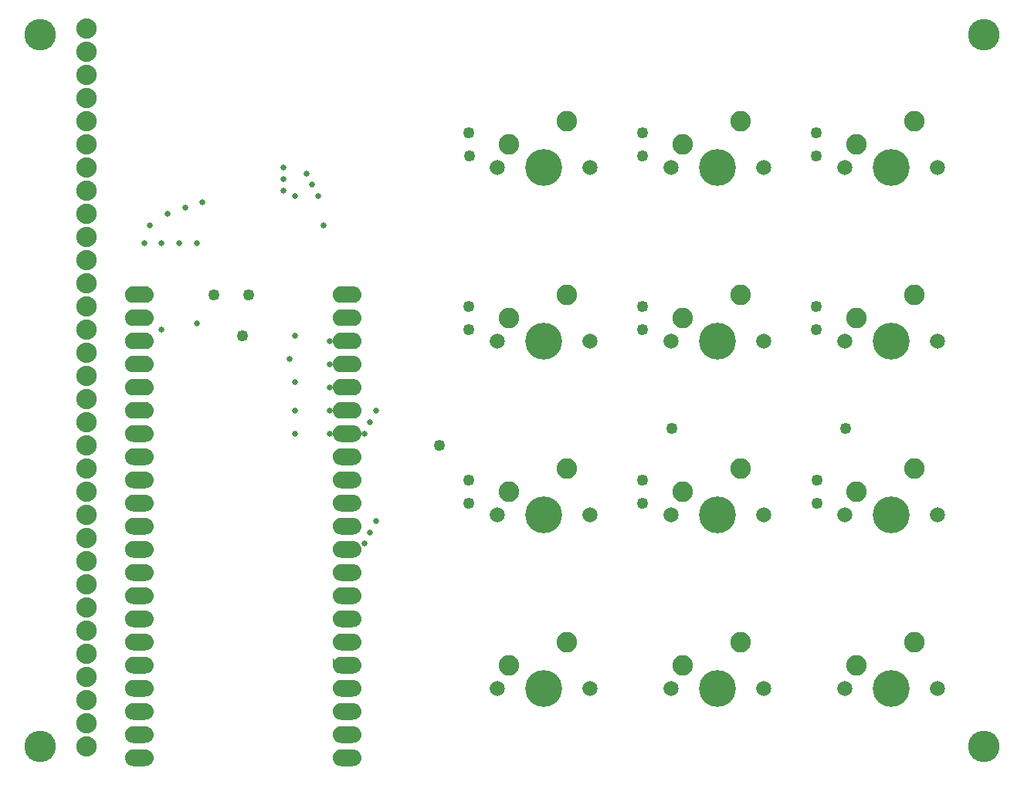
<source format=gbs>
G04 MADE WITH FRITZING*
G04 WWW.FRITZING.ORG*
G04 DOUBLE SIDED*
G04 HOLES PLATED*
G04 CONTOUR ON CENTER OF CONTOUR VECTOR*
%ASAXBY*%
%FSLAX23Y23*%
%MOIN*%
%OFA0B0*%
%SFA1.0B1.0*%
%ADD10C,0.025748*%
%ADD11C,0.088000*%
%ADD12C,0.049370*%
%ADD13C,0.062000*%
%ADD14C,0.088639*%
%ADD15C,0.158908*%
%ADD16C,0.065278*%
%ADD17C,0.135984*%
%ADD18R,0.001000X0.001000*%
%LNMASK0*%
G90*
G70*
G54D10*
X1547Y1554D03*
X1521Y1504D03*
X1497Y1455D03*
X1547Y1079D03*
X1521Y1029D03*
X1497Y980D03*
X1346Y1554D03*
X1346Y1455D03*
X1346Y1655D03*
X1197Y1455D03*
X1197Y1554D03*
X1197Y1679D03*
X1172Y1779D03*
X1346Y1755D03*
X1346Y1854D03*
X1197Y1879D03*
X621Y1904D03*
X772Y1930D03*
X772Y2279D03*
X696Y2279D03*
X621Y2279D03*
X547Y2279D03*
X796Y2454D03*
X722Y2430D03*
X647Y2405D03*
X571Y2355D03*
X1321Y2355D03*
X1197Y2480D03*
X1297Y2480D03*
X1146Y2504D03*
X1146Y2555D03*
X1271Y2530D03*
X1247Y2579D03*
X1146Y2604D03*
G54D11*
X296Y104D03*
X296Y204D03*
X296Y304D03*
X296Y404D03*
X296Y504D03*
X296Y604D03*
X296Y704D03*
X296Y804D03*
X296Y904D03*
X296Y1004D03*
X296Y1104D03*
X296Y1204D03*
X296Y1304D03*
X296Y1404D03*
X296Y1504D03*
X296Y1604D03*
X296Y1704D03*
X296Y1804D03*
X296Y1904D03*
X296Y2004D03*
X296Y2104D03*
X296Y2204D03*
X296Y2304D03*
X296Y2404D03*
X296Y2504D03*
X296Y2604D03*
X296Y2704D03*
X296Y2804D03*
X296Y2904D03*
X296Y3004D03*
X296Y3104D03*
X296Y3204D03*
G54D12*
X1947Y2754D03*
X1948Y2653D03*
X2695Y2653D03*
X2695Y2755D03*
X3447Y2655D03*
X3447Y2754D03*
X1946Y1903D03*
X2697Y1903D03*
X3446Y1903D03*
X3446Y2005D03*
X2697Y2005D03*
X1946Y2005D03*
X3448Y1254D03*
X3448Y1154D03*
X2695Y1254D03*
X2695Y1154D03*
X1946Y1254D03*
X1946Y1154D03*
X1821Y1404D03*
X2822Y1479D03*
X3572Y1479D03*
G54D13*
X521Y2055D03*
X521Y1955D03*
X521Y1855D03*
X521Y1755D03*
X521Y1655D03*
X521Y1555D03*
X521Y1454D03*
X521Y1354D03*
X521Y1254D03*
X521Y1154D03*
X521Y1054D03*
X521Y954D03*
X521Y854D03*
X521Y754D03*
X521Y654D03*
X521Y554D03*
X521Y454D03*
X521Y354D03*
X521Y254D03*
X521Y154D03*
X521Y54D03*
X1422Y54D03*
X1422Y154D03*
X1422Y254D03*
X1422Y354D03*
X1422Y454D03*
X1422Y554D03*
X1422Y654D03*
X1422Y754D03*
X1422Y854D03*
X1422Y954D03*
X1422Y1054D03*
X1422Y1154D03*
X1422Y1254D03*
X1422Y1354D03*
X1422Y1454D03*
X1422Y1555D03*
X1422Y1655D03*
X1422Y1755D03*
X1422Y1855D03*
X1422Y1955D03*
X1422Y2055D03*
G54D14*
X2121Y2704D03*
X2371Y2804D03*
G54D15*
X2271Y2604D03*
G54D16*
X2071Y2604D03*
X2471Y2604D03*
G54D14*
X2871Y2704D03*
X3121Y2804D03*
G54D15*
X3021Y2604D03*
G54D16*
X2821Y2604D03*
X3221Y2604D03*
G54D14*
X3621Y2704D03*
X3871Y2804D03*
G54D15*
X3771Y2604D03*
G54D16*
X3571Y2604D03*
X3971Y2604D03*
G54D14*
X2121Y1954D03*
X2371Y2054D03*
G54D15*
X2271Y1854D03*
G54D16*
X2071Y1854D03*
X2471Y1854D03*
G54D14*
X2871Y1954D03*
X3121Y2054D03*
G54D15*
X3021Y1854D03*
G54D16*
X2821Y1854D03*
X3221Y1854D03*
G54D14*
X3621Y1954D03*
X3871Y2054D03*
G54D15*
X3771Y1854D03*
G54D16*
X3571Y1854D03*
X3971Y1854D03*
G54D14*
X2121Y1204D03*
X2371Y1304D03*
G54D15*
X2271Y1104D03*
G54D16*
X2071Y1104D03*
X2471Y1104D03*
G54D14*
X2871Y1204D03*
X3121Y1304D03*
G54D15*
X3021Y1104D03*
G54D16*
X2821Y1104D03*
X3221Y1104D03*
G54D14*
X3621Y1204D03*
X3871Y1304D03*
G54D15*
X3771Y1104D03*
G54D16*
X3571Y1104D03*
X3971Y1104D03*
G54D14*
X2121Y454D03*
X2371Y554D03*
G54D15*
X2271Y354D03*
G54D16*
X2071Y354D03*
X2471Y354D03*
G54D14*
X2871Y454D03*
X3121Y554D03*
G54D15*
X3021Y354D03*
G54D16*
X2821Y354D03*
X3221Y354D03*
G54D14*
X3621Y454D03*
X3871Y554D03*
G54D15*
X3771Y354D03*
G54D16*
X3571Y354D03*
X3971Y354D03*
G54D17*
X96Y3179D03*
X96Y104D03*
X4171Y104D03*
X4171Y3179D03*
G54D12*
X996Y2054D03*
X846Y2054D03*
X971Y1879D03*
G54D18*
X1434Y2091D02*
X1446Y2091D01*
X491Y2090D02*
X557Y2090D01*
X1387Y2090D02*
X1454Y2090D01*
X487Y2089D02*
X561Y2089D01*
X1384Y2089D02*
X1457Y2089D01*
X485Y2088D02*
X563Y2088D01*
X1381Y2088D02*
X1460Y2088D01*
X482Y2087D02*
X565Y2087D01*
X1379Y2087D02*
X1462Y2087D01*
X480Y2086D02*
X567Y2086D01*
X1377Y2086D02*
X1464Y2086D01*
X479Y2085D02*
X569Y2085D01*
X1376Y2085D02*
X1466Y2085D01*
X477Y2084D02*
X570Y2084D01*
X1374Y2084D02*
X1467Y2084D01*
X476Y2083D02*
X572Y2083D01*
X1373Y2083D02*
X1469Y2083D01*
X475Y2082D02*
X573Y2082D01*
X1372Y2082D02*
X1470Y2082D01*
X474Y2081D02*
X574Y2081D01*
X1370Y2081D02*
X1471Y2081D01*
X473Y2080D02*
X575Y2080D01*
X1369Y2080D02*
X1472Y2080D01*
X472Y2079D02*
X576Y2079D01*
X1369Y2079D02*
X1473Y2079D01*
X471Y2078D02*
X577Y2078D01*
X1368Y2078D02*
X1474Y2078D01*
X470Y2077D02*
X578Y2077D01*
X1367Y2077D02*
X1475Y2077D01*
X469Y2076D02*
X578Y2076D01*
X1366Y2076D02*
X1475Y2076D01*
X469Y2075D02*
X579Y2075D01*
X1365Y2075D02*
X1476Y2075D01*
X468Y2074D02*
X580Y2074D01*
X1365Y2074D02*
X1477Y2074D01*
X467Y2073D02*
X580Y2073D01*
X1364Y2073D02*
X1477Y2073D01*
X467Y2072D02*
X581Y2072D01*
X1364Y2072D02*
X1478Y2072D01*
X466Y2071D02*
X581Y2071D01*
X1363Y2071D02*
X1478Y2071D01*
X466Y2070D02*
X582Y2070D01*
X1363Y2070D02*
X1479Y2070D01*
X465Y2069D02*
X582Y2069D01*
X1362Y2069D02*
X1479Y2069D01*
X465Y2068D02*
X583Y2068D01*
X1362Y2068D02*
X1480Y2068D01*
X465Y2067D02*
X583Y2067D01*
X1362Y2067D02*
X1480Y2067D01*
X464Y2066D02*
X583Y2066D01*
X1361Y2066D02*
X1480Y2066D01*
X464Y2065D02*
X584Y2065D01*
X1361Y2065D02*
X1481Y2065D01*
X464Y2064D02*
X584Y2064D01*
X1361Y2064D02*
X1481Y2064D01*
X463Y2063D02*
X584Y2063D01*
X1360Y2063D02*
X1481Y2063D01*
X463Y2062D02*
X585Y2062D01*
X1360Y2062D02*
X1481Y2062D01*
X463Y2061D02*
X523Y2061D01*
X526Y2061D02*
X585Y2061D01*
X1360Y2061D02*
X1419Y2061D01*
X1422Y2061D02*
X1482Y2061D01*
X463Y2060D02*
X521Y2060D01*
X528Y2060D02*
X585Y2060D01*
X1360Y2060D02*
X1417Y2060D01*
X1425Y2060D02*
X1482Y2060D01*
X463Y2059D02*
X520Y2059D01*
X530Y2059D02*
X585Y2059D01*
X1360Y2059D02*
X1416Y2059D01*
X1426Y2059D02*
X1482Y2059D01*
X463Y2058D02*
X519Y2058D01*
X530Y2058D02*
X585Y2058D01*
X1359Y2058D02*
X1415Y2058D01*
X1426Y2058D02*
X1482Y2058D01*
X463Y2057D02*
X518Y2057D01*
X531Y2057D02*
X585Y2057D01*
X1359Y2057D02*
X1414Y2057D01*
X1427Y2057D02*
X1482Y2057D01*
X462Y2056D02*
X518Y2056D01*
X531Y2056D02*
X585Y2056D01*
X1359Y2056D02*
X1414Y2056D01*
X1427Y2056D02*
X1482Y2056D01*
X462Y2055D02*
X518Y2055D01*
X531Y2055D02*
X585Y2055D01*
X1359Y2055D02*
X1414Y2055D01*
X1427Y2055D02*
X1482Y2055D01*
X462Y2054D02*
X518Y2054D01*
X531Y2054D02*
X585Y2054D01*
X1359Y2054D02*
X1414Y2054D01*
X1427Y2054D02*
X1482Y2054D01*
X463Y2053D02*
X518Y2053D01*
X531Y2053D02*
X585Y2053D01*
X1359Y2053D02*
X1414Y2053D01*
X1427Y2053D02*
X1482Y2053D01*
X463Y2052D02*
X519Y2052D01*
X530Y2052D02*
X585Y2052D01*
X1359Y2052D02*
X1415Y2052D01*
X1426Y2052D02*
X1482Y2052D01*
X463Y2051D02*
X520Y2051D01*
X529Y2051D02*
X585Y2051D01*
X1359Y2051D02*
X1416Y2051D01*
X1426Y2051D02*
X1482Y2051D01*
X463Y2050D02*
X521Y2050D01*
X528Y2050D02*
X585Y2050D01*
X1359Y2050D02*
X1417Y2050D01*
X1424Y2050D02*
X1482Y2050D01*
X463Y2049D02*
X585Y2049D01*
X1359Y2049D02*
X1482Y2049D01*
X463Y2048D02*
X585Y2048D01*
X1359Y2048D02*
X1481Y2048D01*
X463Y2047D02*
X584Y2047D01*
X1359Y2047D02*
X1481Y2047D01*
X464Y2046D02*
X584Y2046D01*
X1359Y2046D02*
X1481Y2046D01*
X464Y2045D02*
X584Y2045D01*
X1360Y2045D02*
X1481Y2045D01*
X464Y2044D02*
X583Y2044D01*
X1361Y2044D02*
X1480Y2044D01*
X465Y2043D02*
X583Y2043D01*
X1362Y2043D02*
X1480Y2043D01*
X465Y2042D02*
X583Y2042D01*
X1362Y2042D02*
X1480Y2042D01*
X465Y2041D02*
X582Y2041D01*
X1362Y2041D02*
X1479Y2041D01*
X466Y2040D02*
X582Y2040D01*
X1363Y2040D02*
X1479Y2040D01*
X466Y2039D02*
X581Y2039D01*
X1363Y2039D02*
X1478Y2039D01*
X467Y2038D02*
X581Y2038D01*
X1364Y2038D02*
X1478Y2038D01*
X467Y2037D02*
X580Y2037D01*
X1364Y2037D02*
X1477Y2037D01*
X468Y2036D02*
X580Y2036D01*
X1365Y2036D02*
X1477Y2036D01*
X469Y2035D02*
X579Y2035D01*
X1366Y2035D02*
X1476Y2035D01*
X469Y2034D02*
X578Y2034D01*
X1366Y2034D02*
X1475Y2034D01*
X470Y2033D02*
X578Y2033D01*
X1367Y2033D02*
X1475Y2033D01*
X471Y2032D02*
X577Y2032D01*
X1368Y2032D02*
X1474Y2032D01*
X472Y2031D02*
X576Y2031D01*
X1369Y2031D02*
X1473Y2031D01*
X473Y2030D02*
X575Y2030D01*
X1369Y2030D02*
X1472Y2030D01*
X474Y2029D02*
X574Y2029D01*
X1370Y2029D02*
X1471Y2029D01*
X475Y2028D02*
X573Y2028D01*
X1372Y2028D02*
X1470Y2028D01*
X476Y2027D02*
X572Y2027D01*
X1373Y2027D02*
X1469Y2027D01*
X477Y2026D02*
X570Y2026D01*
X1374Y2026D02*
X1467Y2026D01*
X479Y2025D02*
X569Y2025D01*
X1376Y2025D02*
X1466Y2025D01*
X480Y2024D02*
X567Y2024D01*
X1377Y2024D02*
X1464Y2024D01*
X482Y2023D02*
X565Y2023D01*
X1379Y2023D02*
X1462Y2023D01*
X485Y2022D02*
X563Y2022D01*
X1381Y2022D02*
X1460Y2022D01*
X487Y2021D02*
X561Y2021D01*
X1384Y2021D02*
X1457Y2021D01*
X491Y2020D02*
X557Y2020D01*
X1388Y2020D02*
X1454Y2020D01*
X498Y1991D02*
X549Y1991D01*
X1395Y1991D02*
X1446Y1991D01*
X491Y1990D02*
X557Y1990D01*
X1387Y1990D02*
X1454Y1990D01*
X487Y1989D02*
X560Y1989D01*
X1384Y1989D02*
X1457Y1989D01*
X484Y1988D02*
X563Y1988D01*
X1381Y1988D02*
X1460Y1988D01*
X482Y1987D02*
X565Y1987D01*
X1379Y1987D02*
X1462Y1987D01*
X480Y1986D02*
X567Y1986D01*
X1377Y1986D02*
X1464Y1986D01*
X479Y1985D02*
X569Y1985D01*
X1376Y1985D02*
X1466Y1985D01*
X477Y1984D02*
X570Y1984D01*
X1374Y1984D02*
X1467Y1984D01*
X476Y1983D02*
X572Y1983D01*
X1373Y1983D02*
X1469Y1983D01*
X475Y1982D02*
X573Y1982D01*
X1372Y1982D02*
X1470Y1982D01*
X473Y1981D02*
X574Y1981D01*
X1370Y1981D02*
X1471Y1981D01*
X472Y1980D02*
X575Y1980D01*
X1369Y1980D02*
X1472Y1980D01*
X472Y1979D02*
X576Y1979D01*
X1369Y1979D02*
X1473Y1979D01*
X471Y1978D02*
X577Y1978D01*
X1368Y1978D02*
X1474Y1978D01*
X470Y1977D02*
X578Y1977D01*
X1367Y1977D02*
X1475Y1977D01*
X469Y1976D02*
X578Y1976D01*
X1366Y1976D02*
X1475Y1976D01*
X469Y1975D02*
X579Y1975D01*
X1365Y1975D02*
X1476Y1975D01*
X468Y1974D02*
X580Y1974D01*
X1365Y1974D02*
X1477Y1974D01*
X467Y1973D02*
X580Y1973D01*
X1364Y1973D02*
X1477Y1973D01*
X467Y1972D02*
X581Y1972D01*
X1364Y1972D02*
X1478Y1972D01*
X466Y1971D02*
X581Y1971D01*
X1363Y1971D02*
X1478Y1971D01*
X466Y1970D02*
X582Y1970D01*
X1363Y1970D02*
X1479Y1970D01*
X465Y1969D02*
X582Y1969D01*
X1362Y1969D02*
X1479Y1969D01*
X465Y1968D02*
X583Y1968D01*
X1362Y1968D02*
X1480Y1968D01*
X465Y1967D02*
X583Y1967D01*
X1362Y1967D02*
X1480Y1967D01*
X464Y1966D02*
X583Y1966D01*
X1361Y1966D02*
X1480Y1966D01*
X464Y1965D02*
X584Y1965D01*
X1361Y1965D02*
X1481Y1965D01*
X464Y1964D02*
X584Y1964D01*
X1361Y1964D02*
X1481Y1964D01*
X463Y1963D02*
X584Y1963D01*
X1360Y1963D02*
X1481Y1963D01*
X463Y1962D02*
X584Y1962D01*
X1360Y1962D02*
X1481Y1962D01*
X463Y1961D02*
X523Y1961D01*
X526Y1961D02*
X585Y1961D01*
X1360Y1961D02*
X1419Y1961D01*
X1422Y1961D02*
X1482Y1961D01*
X463Y1960D02*
X520Y1960D01*
X529Y1960D02*
X585Y1960D01*
X1360Y1960D02*
X1417Y1960D01*
X1425Y1960D02*
X1482Y1960D01*
X463Y1959D02*
X519Y1959D01*
X530Y1959D02*
X585Y1959D01*
X1360Y1959D02*
X1415Y1959D01*
X1426Y1959D02*
X1482Y1959D01*
X463Y1958D02*
X519Y1958D01*
X530Y1958D02*
X585Y1958D01*
X1359Y1958D02*
X1415Y1958D01*
X1427Y1958D02*
X1482Y1958D01*
X462Y1957D02*
X518Y1957D01*
X531Y1957D02*
X585Y1957D01*
X1359Y1957D02*
X1414Y1957D01*
X1427Y1957D02*
X1482Y1957D01*
X462Y1956D02*
X518Y1956D01*
X531Y1956D02*
X585Y1956D01*
X1359Y1956D02*
X1414Y1956D01*
X1427Y1956D02*
X1482Y1956D01*
X462Y1955D02*
X518Y1955D01*
X531Y1955D02*
X585Y1955D01*
X1359Y1955D02*
X1414Y1955D01*
X1427Y1955D02*
X1482Y1955D01*
X462Y1954D02*
X518Y1954D01*
X531Y1954D02*
X585Y1954D01*
X1359Y1954D02*
X1414Y1954D01*
X1427Y1954D02*
X1482Y1954D01*
X462Y1953D02*
X518Y1953D01*
X531Y1953D02*
X585Y1953D01*
X1359Y1953D02*
X1414Y1953D01*
X1427Y1953D02*
X1482Y1953D01*
X463Y1952D02*
X519Y1952D01*
X530Y1952D02*
X585Y1952D01*
X1359Y1952D02*
X1415Y1952D01*
X1427Y1952D02*
X1482Y1952D01*
X463Y1951D02*
X519Y1951D01*
X530Y1951D02*
X585Y1951D01*
X1359Y1951D02*
X1416Y1951D01*
X1426Y1951D02*
X1482Y1951D01*
X463Y1950D02*
X521Y1950D01*
X528Y1950D02*
X585Y1950D01*
X1359Y1950D02*
X1417Y1950D01*
X1425Y1950D02*
X1482Y1950D01*
X463Y1949D02*
X585Y1949D01*
X1359Y1949D02*
X1482Y1949D01*
X463Y1948D02*
X584Y1948D01*
X1359Y1948D02*
X1481Y1948D01*
X463Y1947D02*
X584Y1947D01*
X1359Y1947D02*
X1481Y1947D01*
X464Y1946D02*
X584Y1946D01*
X1359Y1946D02*
X1481Y1946D01*
X464Y1945D02*
X584Y1945D01*
X1360Y1945D02*
X1481Y1945D01*
X464Y1944D02*
X583Y1944D01*
X1361Y1944D02*
X1480Y1944D01*
X465Y1943D02*
X583Y1943D01*
X1362Y1943D02*
X1480Y1943D01*
X465Y1942D02*
X583Y1942D01*
X1362Y1942D02*
X1480Y1942D01*
X465Y1941D02*
X582Y1941D01*
X1362Y1941D02*
X1479Y1941D01*
X466Y1940D02*
X582Y1940D01*
X1363Y1940D02*
X1479Y1940D01*
X466Y1939D02*
X581Y1939D01*
X1363Y1939D02*
X1478Y1939D01*
X467Y1938D02*
X581Y1938D01*
X1364Y1938D02*
X1478Y1938D01*
X467Y1937D02*
X580Y1937D01*
X1364Y1937D02*
X1477Y1937D01*
X468Y1936D02*
X580Y1936D01*
X1365Y1936D02*
X1477Y1936D01*
X469Y1935D02*
X579Y1935D01*
X1366Y1935D02*
X1476Y1935D01*
X469Y1934D02*
X578Y1934D01*
X1366Y1934D02*
X1475Y1934D01*
X470Y1933D02*
X578Y1933D01*
X1367Y1933D02*
X1475Y1933D01*
X471Y1932D02*
X577Y1932D01*
X1368Y1932D02*
X1474Y1932D01*
X472Y1931D02*
X576Y1931D01*
X1369Y1931D02*
X1473Y1931D01*
X472Y1930D02*
X575Y1930D01*
X1369Y1930D02*
X1472Y1930D01*
X474Y1929D02*
X574Y1929D01*
X1370Y1929D02*
X1471Y1929D01*
X475Y1928D02*
X573Y1928D01*
X1372Y1928D02*
X1470Y1928D01*
X476Y1927D02*
X572Y1927D01*
X1373Y1927D02*
X1469Y1927D01*
X477Y1926D02*
X570Y1926D01*
X1374Y1926D02*
X1467Y1926D01*
X479Y1925D02*
X569Y1925D01*
X1376Y1925D02*
X1466Y1925D01*
X480Y1924D02*
X567Y1924D01*
X1377Y1924D02*
X1464Y1924D01*
X482Y1923D02*
X565Y1923D01*
X1379Y1923D02*
X1462Y1923D01*
X484Y1922D02*
X563Y1922D01*
X1381Y1922D02*
X1460Y1922D01*
X487Y1921D02*
X560Y1921D01*
X1384Y1921D02*
X1457Y1921D01*
X491Y1920D02*
X557Y1920D01*
X1388Y1920D02*
X1454Y1920D01*
X498Y1891D02*
X549Y1891D01*
X1395Y1891D02*
X1446Y1891D01*
X490Y1890D02*
X557Y1890D01*
X1387Y1890D02*
X1454Y1890D01*
X487Y1889D02*
X561Y1889D01*
X1384Y1889D02*
X1457Y1889D01*
X484Y1888D02*
X563Y1888D01*
X1381Y1888D02*
X1460Y1888D01*
X482Y1887D02*
X565Y1887D01*
X1379Y1887D02*
X1462Y1887D01*
X480Y1886D02*
X567Y1886D01*
X1377Y1886D02*
X1464Y1886D01*
X479Y1885D02*
X569Y1885D01*
X1376Y1885D02*
X1466Y1885D01*
X477Y1884D02*
X570Y1884D01*
X1374Y1884D02*
X1467Y1884D01*
X476Y1883D02*
X572Y1883D01*
X1373Y1883D02*
X1469Y1883D01*
X475Y1882D02*
X573Y1882D01*
X1372Y1882D02*
X1470Y1882D01*
X473Y1881D02*
X574Y1881D01*
X1370Y1881D02*
X1471Y1881D01*
X472Y1880D02*
X575Y1880D01*
X1369Y1880D02*
X1472Y1880D01*
X472Y1879D02*
X576Y1879D01*
X1369Y1879D02*
X1473Y1879D01*
X471Y1878D02*
X577Y1878D01*
X1368Y1878D02*
X1474Y1878D01*
X470Y1877D02*
X578Y1877D01*
X1367Y1877D02*
X1475Y1877D01*
X469Y1876D02*
X578Y1876D01*
X1366Y1876D02*
X1475Y1876D01*
X468Y1875D02*
X579Y1875D01*
X1365Y1875D02*
X1476Y1875D01*
X468Y1874D02*
X580Y1874D01*
X1365Y1874D02*
X1477Y1874D01*
X467Y1873D02*
X580Y1873D01*
X1364Y1873D02*
X1477Y1873D01*
X467Y1872D02*
X581Y1872D01*
X1364Y1872D02*
X1478Y1872D01*
X466Y1871D02*
X581Y1871D01*
X1363Y1871D02*
X1478Y1871D01*
X466Y1870D02*
X582Y1870D01*
X1363Y1870D02*
X1479Y1870D01*
X465Y1869D02*
X582Y1869D01*
X1362Y1869D02*
X1479Y1869D01*
X465Y1868D02*
X583Y1868D01*
X1362Y1868D02*
X1480Y1868D01*
X465Y1867D02*
X583Y1867D01*
X1362Y1867D02*
X1480Y1867D01*
X464Y1866D02*
X583Y1866D01*
X1361Y1866D02*
X1480Y1866D01*
X464Y1865D02*
X584Y1865D01*
X1361Y1865D02*
X1481Y1865D01*
X464Y1864D02*
X584Y1864D01*
X1361Y1864D02*
X1481Y1864D01*
X463Y1863D02*
X584Y1863D01*
X1360Y1863D02*
X1481Y1863D01*
X463Y1862D02*
X584Y1862D01*
X1360Y1862D02*
X1481Y1862D01*
X463Y1861D02*
X523Y1861D01*
X526Y1861D02*
X585Y1861D01*
X1360Y1861D02*
X1419Y1861D01*
X1422Y1861D02*
X1482Y1861D01*
X463Y1860D02*
X520Y1860D01*
X529Y1860D02*
X585Y1860D01*
X1360Y1860D02*
X1417Y1860D01*
X1425Y1860D02*
X1482Y1860D01*
X463Y1859D02*
X519Y1859D01*
X530Y1859D02*
X585Y1859D01*
X1360Y1859D02*
X1415Y1859D01*
X1426Y1859D02*
X1482Y1859D01*
X462Y1858D02*
X519Y1858D01*
X530Y1858D02*
X585Y1858D01*
X1359Y1858D02*
X1415Y1858D01*
X1427Y1858D02*
X1482Y1858D01*
X462Y1857D02*
X518Y1857D01*
X531Y1857D02*
X585Y1857D01*
X1359Y1857D02*
X1414Y1857D01*
X1427Y1857D02*
X1482Y1857D01*
X462Y1856D02*
X518Y1856D01*
X531Y1856D02*
X585Y1856D01*
X1359Y1856D02*
X1414Y1856D01*
X1427Y1856D02*
X1482Y1856D01*
X462Y1855D02*
X518Y1855D01*
X531Y1855D02*
X585Y1855D01*
X1359Y1855D02*
X1414Y1855D01*
X1427Y1855D02*
X1482Y1855D01*
X462Y1854D02*
X518Y1854D01*
X531Y1854D02*
X585Y1854D01*
X1359Y1854D02*
X1414Y1854D01*
X1427Y1854D02*
X1482Y1854D01*
X462Y1853D02*
X518Y1853D01*
X531Y1853D02*
X585Y1853D01*
X1359Y1853D02*
X1414Y1853D01*
X1427Y1853D02*
X1482Y1853D01*
X462Y1852D02*
X519Y1852D01*
X530Y1852D02*
X585Y1852D01*
X1359Y1852D02*
X1415Y1852D01*
X1427Y1852D02*
X1482Y1852D01*
X463Y1851D02*
X519Y1851D01*
X530Y1851D02*
X585Y1851D01*
X1359Y1851D02*
X1416Y1851D01*
X1426Y1851D02*
X1482Y1851D01*
X463Y1850D02*
X521Y1850D01*
X528Y1850D02*
X585Y1850D01*
X1359Y1850D02*
X1417Y1850D01*
X1425Y1850D02*
X1482Y1850D01*
X463Y1849D02*
X585Y1849D01*
X1359Y1849D02*
X1482Y1849D01*
X463Y1848D02*
X584Y1848D01*
X1359Y1848D02*
X1481Y1848D01*
X463Y1847D02*
X584Y1847D01*
X1359Y1847D02*
X1481Y1847D01*
X464Y1846D02*
X584Y1846D01*
X1359Y1846D02*
X1481Y1846D01*
X464Y1845D02*
X584Y1845D01*
X1360Y1845D02*
X1481Y1845D01*
X464Y1844D02*
X583Y1844D01*
X1361Y1844D02*
X1480Y1844D01*
X465Y1843D02*
X583Y1843D01*
X1362Y1843D02*
X1480Y1843D01*
X465Y1842D02*
X583Y1842D01*
X1362Y1842D02*
X1480Y1842D01*
X465Y1841D02*
X582Y1841D01*
X1362Y1841D02*
X1479Y1841D01*
X466Y1840D02*
X582Y1840D01*
X1363Y1840D02*
X1479Y1840D01*
X466Y1839D02*
X581Y1839D01*
X1363Y1839D02*
X1478Y1839D01*
X467Y1838D02*
X581Y1838D01*
X1364Y1838D02*
X1478Y1838D01*
X467Y1837D02*
X580Y1837D01*
X1364Y1837D02*
X1477Y1837D01*
X468Y1836D02*
X580Y1836D01*
X1365Y1836D02*
X1477Y1836D01*
X469Y1835D02*
X579Y1835D01*
X1366Y1835D02*
X1476Y1835D01*
X469Y1834D02*
X578Y1834D01*
X1366Y1834D02*
X1475Y1834D01*
X470Y1833D02*
X578Y1833D01*
X1367Y1833D02*
X1475Y1833D01*
X471Y1832D02*
X577Y1832D01*
X1368Y1832D02*
X1474Y1832D01*
X472Y1831D02*
X576Y1831D01*
X1369Y1831D02*
X1473Y1831D01*
X472Y1830D02*
X575Y1830D01*
X1369Y1830D02*
X1472Y1830D01*
X473Y1829D02*
X574Y1829D01*
X1370Y1829D02*
X1471Y1829D01*
X475Y1828D02*
X573Y1828D01*
X1372Y1828D02*
X1470Y1828D01*
X476Y1827D02*
X572Y1827D01*
X1373Y1827D02*
X1469Y1827D01*
X477Y1826D02*
X570Y1826D01*
X1374Y1826D02*
X1467Y1826D01*
X479Y1825D02*
X569Y1825D01*
X1376Y1825D02*
X1466Y1825D01*
X480Y1824D02*
X567Y1824D01*
X1377Y1824D02*
X1464Y1824D01*
X482Y1823D02*
X565Y1823D01*
X1379Y1823D02*
X1462Y1823D01*
X484Y1822D02*
X563Y1822D01*
X1381Y1822D02*
X1460Y1822D01*
X487Y1821D02*
X560Y1821D01*
X1384Y1821D02*
X1457Y1821D01*
X491Y1820D02*
X557Y1820D01*
X1388Y1820D02*
X1454Y1820D01*
X498Y1791D02*
X549Y1791D01*
X1395Y1791D02*
X1446Y1791D01*
X491Y1790D02*
X557Y1790D01*
X1387Y1790D02*
X1454Y1790D01*
X487Y1789D02*
X561Y1789D01*
X1384Y1789D02*
X1457Y1789D01*
X484Y1788D02*
X563Y1788D01*
X1381Y1788D02*
X1460Y1788D01*
X482Y1787D02*
X565Y1787D01*
X1379Y1787D02*
X1462Y1787D01*
X480Y1786D02*
X567Y1786D01*
X1377Y1786D02*
X1464Y1786D01*
X479Y1785D02*
X569Y1785D01*
X1376Y1785D02*
X1466Y1785D01*
X477Y1784D02*
X570Y1784D01*
X1374Y1784D02*
X1467Y1784D01*
X476Y1783D02*
X572Y1783D01*
X1373Y1783D02*
X1469Y1783D01*
X475Y1782D02*
X573Y1782D01*
X1372Y1782D02*
X1470Y1782D01*
X473Y1781D02*
X574Y1781D01*
X1370Y1781D02*
X1471Y1781D01*
X472Y1780D02*
X575Y1780D01*
X1369Y1780D02*
X1472Y1780D01*
X472Y1779D02*
X576Y1779D01*
X1369Y1779D02*
X1473Y1779D01*
X471Y1778D02*
X577Y1778D01*
X1368Y1778D02*
X1474Y1778D01*
X470Y1777D02*
X578Y1777D01*
X1367Y1777D02*
X1475Y1777D01*
X469Y1776D02*
X578Y1776D01*
X1366Y1776D02*
X1475Y1776D01*
X469Y1775D02*
X579Y1775D01*
X1365Y1775D02*
X1476Y1775D01*
X468Y1774D02*
X580Y1774D01*
X1365Y1774D02*
X1477Y1774D01*
X467Y1773D02*
X580Y1773D01*
X1364Y1773D02*
X1477Y1773D01*
X467Y1772D02*
X581Y1772D01*
X1364Y1772D02*
X1478Y1772D01*
X466Y1771D02*
X581Y1771D01*
X1363Y1771D02*
X1478Y1771D01*
X466Y1770D02*
X582Y1770D01*
X1363Y1770D02*
X1479Y1770D01*
X465Y1769D02*
X582Y1769D01*
X1362Y1769D02*
X1479Y1769D01*
X465Y1768D02*
X583Y1768D01*
X1362Y1768D02*
X1480Y1768D01*
X465Y1767D02*
X583Y1767D01*
X1362Y1767D02*
X1480Y1767D01*
X464Y1766D02*
X583Y1766D01*
X1361Y1766D02*
X1480Y1766D01*
X464Y1765D02*
X584Y1765D01*
X1361Y1765D02*
X1481Y1765D01*
X464Y1764D02*
X584Y1764D01*
X1361Y1764D02*
X1481Y1764D01*
X463Y1763D02*
X584Y1763D01*
X1360Y1763D02*
X1481Y1763D01*
X463Y1762D02*
X584Y1762D01*
X1360Y1762D02*
X1481Y1762D01*
X463Y1761D02*
X523Y1761D01*
X526Y1761D02*
X585Y1761D01*
X1360Y1761D02*
X1419Y1761D01*
X1422Y1761D02*
X1482Y1761D01*
X463Y1760D02*
X520Y1760D01*
X529Y1760D02*
X585Y1760D01*
X1360Y1760D02*
X1417Y1760D01*
X1425Y1760D02*
X1482Y1760D01*
X463Y1759D02*
X519Y1759D01*
X530Y1759D02*
X585Y1759D01*
X1360Y1759D02*
X1415Y1759D01*
X1426Y1759D02*
X1482Y1759D01*
X463Y1758D02*
X519Y1758D01*
X530Y1758D02*
X585Y1758D01*
X1359Y1758D02*
X1415Y1758D01*
X1427Y1758D02*
X1482Y1758D01*
X462Y1757D02*
X518Y1757D01*
X531Y1757D02*
X585Y1757D01*
X1359Y1757D02*
X1414Y1757D01*
X1427Y1757D02*
X1482Y1757D01*
X462Y1756D02*
X518Y1756D01*
X531Y1756D02*
X585Y1756D01*
X1359Y1756D02*
X1414Y1756D01*
X1427Y1756D02*
X1482Y1756D01*
X462Y1755D02*
X518Y1755D01*
X531Y1755D02*
X585Y1755D01*
X1359Y1755D02*
X1414Y1755D01*
X1427Y1755D02*
X1482Y1755D01*
X462Y1754D02*
X518Y1754D01*
X531Y1754D02*
X585Y1754D01*
X1359Y1754D02*
X1414Y1754D01*
X1427Y1754D02*
X1482Y1754D01*
X462Y1753D02*
X518Y1753D01*
X531Y1753D02*
X585Y1753D01*
X1359Y1753D02*
X1414Y1753D01*
X1427Y1753D02*
X1482Y1753D01*
X463Y1752D02*
X519Y1752D01*
X530Y1752D02*
X585Y1752D01*
X1359Y1752D02*
X1415Y1752D01*
X1427Y1752D02*
X1482Y1752D01*
X463Y1751D02*
X519Y1751D01*
X530Y1751D02*
X585Y1751D01*
X1359Y1751D02*
X1416Y1751D01*
X1426Y1751D02*
X1482Y1751D01*
X463Y1750D02*
X521Y1750D01*
X528Y1750D02*
X585Y1750D01*
X1359Y1750D02*
X1417Y1750D01*
X1425Y1750D02*
X1482Y1750D01*
X463Y1749D02*
X585Y1749D01*
X1359Y1749D02*
X1482Y1749D01*
X463Y1748D02*
X584Y1748D01*
X1359Y1748D02*
X1481Y1748D01*
X463Y1747D02*
X584Y1747D01*
X1359Y1747D02*
X1481Y1747D01*
X464Y1746D02*
X584Y1746D01*
X1359Y1746D02*
X1481Y1746D01*
X464Y1745D02*
X584Y1745D01*
X1360Y1745D02*
X1481Y1745D01*
X464Y1744D02*
X583Y1744D01*
X1361Y1744D02*
X1480Y1744D01*
X465Y1743D02*
X583Y1743D01*
X1362Y1743D02*
X1480Y1743D01*
X465Y1742D02*
X583Y1742D01*
X1362Y1742D02*
X1480Y1742D01*
X465Y1741D02*
X582Y1741D01*
X1362Y1741D02*
X1479Y1741D01*
X466Y1740D02*
X582Y1740D01*
X1363Y1740D02*
X1479Y1740D01*
X466Y1739D02*
X581Y1739D01*
X1363Y1739D02*
X1478Y1739D01*
X467Y1738D02*
X581Y1738D01*
X1364Y1738D02*
X1478Y1738D01*
X467Y1737D02*
X580Y1737D01*
X1364Y1737D02*
X1477Y1737D01*
X468Y1736D02*
X580Y1736D01*
X1365Y1736D02*
X1477Y1736D01*
X469Y1735D02*
X579Y1735D01*
X1366Y1735D02*
X1476Y1735D01*
X469Y1734D02*
X578Y1734D01*
X1366Y1734D02*
X1475Y1734D01*
X470Y1733D02*
X578Y1733D01*
X1367Y1733D02*
X1475Y1733D01*
X471Y1732D02*
X577Y1732D01*
X1368Y1732D02*
X1474Y1732D01*
X472Y1731D02*
X576Y1731D01*
X1369Y1731D02*
X1473Y1731D01*
X472Y1730D02*
X575Y1730D01*
X1369Y1730D02*
X1472Y1730D01*
X474Y1729D02*
X574Y1729D01*
X1370Y1729D02*
X1471Y1729D01*
X475Y1728D02*
X573Y1728D01*
X1372Y1728D02*
X1470Y1728D01*
X476Y1727D02*
X572Y1727D01*
X1373Y1727D02*
X1469Y1727D01*
X477Y1726D02*
X570Y1726D01*
X1374Y1726D02*
X1467Y1726D01*
X479Y1725D02*
X569Y1725D01*
X1376Y1725D02*
X1466Y1725D01*
X480Y1724D02*
X567Y1724D01*
X1377Y1724D02*
X1464Y1724D01*
X482Y1723D02*
X565Y1723D01*
X1379Y1723D02*
X1462Y1723D01*
X484Y1722D02*
X563Y1722D01*
X1381Y1722D02*
X1460Y1722D01*
X487Y1721D02*
X560Y1721D01*
X1384Y1721D02*
X1457Y1721D01*
X491Y1720D02*
X557Y1720D01*
X1388Y1720D02*
X1454Y1720D01*
X498Y1691D02*
X549Y1691D01*
X1395Y1691D02*
X1446Y1691D01*
X490Y1690D02*
X557Y1690D01*
X1387Y1690D02*
X1454Y1690D01*
X487Y1689D02*
X561Y1689D01*
X1384Y1689D02*
X1457Y1689D01*
X484Y1688D02*
X563Y1688D01*
X1381Y1688D02*
X1460Y1688D01*
X482Y1687D02*
X565Y1687D01*
X1379Y1687D02*
X1462Y1687D01*
X480Y1686D02*
X567Y1686D01*
X1377Y1686D02*
X1464Y1686D01*
X479Y1685D02*
X569Y1685D01*
X1376Y1685D02*
X1466Y1685D01*
X477Y1684D02*
X570Y1684D01*
X1374Y1684D02*
X1467Y1684D01*
X476Y1683D02*
X572Y1683D01*
X1373Y1683D02*
X1469Y1683D01*
X475Y1682D02*
X573Y1682D01*
X1372Y1682D02*
X1470Y1682D01*
X473Y1681D02*
X574Y1681D01*
X1370Y1681D02*
X1471Y1681D01*
X472Y1680D02*
X575Y1680D01*
X1369Y1680D02*
X1472Y1680D01*
X472Y1679D02*
X576Y1679D01*
X1369Y1679D02*
X1473Y1679D01*
X471Y1678D02*
X577Y1678D01*
X1368Y1678D02*
X1474Y1678D01*
X470Y1677D02*
X578Y1677D01*
X1367Y1677D02*
X1475Y1677D01*
X469Y1676D02*
X578Y1676D01*
X1366Y1676D02*
X1475Y1676D01*
X468Y1675D02*
X579Y1675D01*
X1365Y1675D02*
X1476Y1675D01*
X468Y1674D02*
X580Y1674D01*
X1365Y1674D02*
X1477Y1674D01*
X467Y1673D02*
X580Y1673D01*
X1364Y1673D02*
X1477Y1673D01*
X467Y1672D02*
X581Y1672D01*
X1364Y1672D02*
X1478Y1672D01*
X466Y1671D02*
X581Y1671D01*
X1363Y1671D02*
X1478Y1671D01*
X466Y1670D02*
X582Y1670D01*
X1363Y1670D02*
X1479Y1670D01*
X465Y1669D02*
X582Y1669D01*
X1362Y1669D02*
X1479Y1669D01*
X465Y1668D02*
X583Y1668D01*
X1362Y1668D02*
X1480Y1668D01*
X465Y1667D02*
X583Y1667D01*
X1362Y1667D02*
X1480Y1667D01*
X464Y1666D02*
X583Y1666D01*
X1361Y1666D02*
X1480Y1666D01*
X464Y1665D02*
X584Y1665D01*
X1361Y1665D02*
X1481Y1665D01*
X464Y1664D02*
X584Y1664D01*
X1361Y1664D02*
X1481Y1664D01*
X463Y1663D02*
X584Y1663D01*
X1360Y1663D02*
X1481Y1663D01*
X463Y1662D02*
X584Y1662D01*
X1360Y1662D02*
X1481Y1662D01*
X463Y1661D02*
X523Y1661D01*
X526Y1661D02*
X585Y1661D01*
X1360Y1661D02*
X1419Y1661D01*
X1423Y1661D02*
X1482Y1661D01*
X463Y1660D02*
X521Y1660D01*
X528Y1660D02*
X585Y1660D01*
X1360Y1660D02*
X1417Y1660D01*
X1425Y1660D02*
X1482Y1660D01*
X463Y1659D02*
X520Y1659D01*
X530Y1659D02*
X585Y1659D01*
X1360Y1659D02*
X1416Y1659D01*
X1426Y1659D02*
X1482Y1659D01*
X462Y1658D02*
X519Y1658D01*
X530Y1658D02*
X585Y1658D01*
X1359Y1658D02*
X1415Y1658D01*
X1426Y1658D02*
X1482Y1658D01*
X462Y1657D02*
X518Y1657D01*
X531Y1657D02*
X585Y1657D01*
X1359Y1657D02*
X1414Y1657D01*
X1427Y1657D02*
X1482Y1657D01*
X462Y1656D02*
X518Y1656D01*
X531Y1656D02*
X585Y1656D01*
X1359Y1656D02*
X1414Y1656D01*
X1427Y1656D02*
X1482Y1656D01*
X462Y1655D02*
X518Y1655D01*
X531Y1655D02*
X585Y1655D01*
X1359Y1655D02*
X1414Y1655D01*
X1427Y1655D02*
X1482Y1655D01*
X462Y1654D02*
X518Y1654D01*
X531Y1654D02*
X585Y1654D01*
X1359Y1654D02*
X1414Y1654D01*
X1427Y1654D02*
X1482Y1654D01*
X462Y1653D02*
X518Y1653D01*
X531Y1653D02*
X585Y1653D01*
X1359Y1653D02*
X1414Y1653D01*
X1427Y1653D02*
X1482Y1653D01*
X462Y1652D02*
X519Y1652D01*
X530Y1652D02*
X585Y1652D01*
X1359Y1652D02*
X1415Y1652D01*
X1426Y1652D02*
X1482Y1652D01*
X463Y1651D02*
X520Y1651D01*
X529Y1651D02*
X585Y1651D01*
X1359Y1651D02*
X1416Y1651D01*
X1426Y1651D02*
X1482Y1651D01*
X463Y1650D02*
X521Y1650D01*
X528Y1650D02*
X585Y1650D01*
X1359Y1650D02*
X1417Y1650D01*
X1424Y1650D02*
X1482Y1650D01*
X463Y1649D02*
X585Y1649D01*
X1359Y1649D02*
X1482Y1649D01*
X463Y1648D02*
X584Y1648D01*
X1359Y1648D02*
X1481Y1648D01*
X463Y1647D02*
X584Y1647D01*
X1359Y1647D02*
X1481Y1647D01*
X464Y1646D02*
X584Y1646D01*
X1359Y1646D02*
X1481Y1646D01*
X464Y1645D02*
X584Y1645D01*
X1360Y1645D02*
X1481Y1645D01*
X464Y1644D02*
X583Y1644D01*
X1361Y1644D02*
X1480Y1644D01*
X465Y1643D02*
X583Y1643D01*
X1362Y1643D02*
X1480Y1643D01*
X465Y1642D02*
X583Y1642D01*
X1362Y1642D02*
X1480Y1642D01*
X465Y1641D02*
X582Y1641D01*
X1362Y1641D02*
X1479Y1641D01*
X466Y1640D02*
X582Y1640D01*
X1363Y1640D02*
X1479Y1640D01*
X466Y1639D02*
X581Y1639D01*
X1363Y1639D02*
X1478Y1639D01*
X467Y1638D02*
X581Y1638D01*
X1364Y1638D02*
X1478Y1638D01*
X467Y1637D02*
X580Y1637D01*
X1364Y1637D02*
X1477Y1637D01*
X468Y1636D02*
X580Y1636D01*
X1365Y1636D02*
X1477Y1636D01*
X469Y1635D02*
X579Y1635D01*
X1366Y1635D02*
X1476Y1635D01*
X469Y1634D02*
X578Y1634D01*
X1366Y1634D02*
X1475Y1634D01*
X470Y1633D02*
X578Y1633D01*
X1367Y1633D02*
X1475Y1633D01*
X471Y1632D02*
X577Y1632D01*
X1368Y1632D02*
X1474Y1632D01*
X472Y1631D02*
X576Y1631D01*
X1369Y1631D02*
X1473Y1631D01*
X472Y1630D02*
X575Y1630D01*
X1369Y1630D02*
X1472Y1630D01*
X473Y1629D02*
X574Y1629D01*
X1370Y1629D02*
X1471Y1629D01*
X475Y1628D02*
X573Y1628D01*
X1372Y1628D02*
X1470Y1628D01*
X476Y1627D02*
X572Y1627D01*
X1373Y1627D02*
X1469Y1627D01*
X477Y1626D02*
X570Y1626D01*
X1374Y1626D02*
X1467Y1626D01*
X479Y1625D02*
X569Y1625D01*
X1376Y1625D02*
X1466Y1625D01*
X480Y1624D02*
X567Y1624D01*
X1377Y1624D02*
X1464Y1624D01*
X482Y1623D02*
X565Y1623D01*
X1379Y1623D02*
X1462Y1623D01*
X484Y1622D02*
X563Y1622D01*
X1381Y1622D02*
X1460Y1622D01*
X487Y1621D02*
X560Y1621D01*
X1384Y1621D02*
X1457Y1621D01*
X491Y1620D02*
X557Y1620D01*
X1388Y1620D02*
X1454Y1620D01*
X498Y1591D02*
X549Y1591D01*
X1395Y1591D02*
X1446Y1591D01*
X490Y1590D02*
X557Y1590D01*
X1387Y1590D02*
X1454Y1590D01*
X487Y1589D02*
X561Y1589D01*
X1384Y1589D02*
X1457Y1589D01*
X484Y1588D02*
X563Y1588D01*
X1381Y1588D02*
X1460Y1588D01*
X482Y1587D02*
X565Y1587D01*
X1379Y1587D02*
X1462Y1587D01*
X480Y1586D02*
X567Y1586D01*
X1377Y1586D02*
X1464Y1586D01*
X479Y1585D02*
X569Y1585D01*
X1376Y1585D02*
X1466Y1585D01*
X477Y1584D02*
X570Y1584D01*
X1374Y1584D02*
X1467Y1584D01*
X476Y1583D02*
X572Y1583D01*
X1373Y1583D02*
X1469Y1583D01*
X475Y1582D02*
X573Y1582D01*
X1372Y1582D02*
X1470Y1582D01*
X473Y1581D02*
X574Y1581D01*
X1370Y1581D02*
X1471Y1581D01*
X472Y1580D02*
X575Y1580D01*
X1369Y1580D02*
X1472Y1580D01*
X472Y1579D02*
X576Y1579D01*
X1369Y1579D02*
X1473Y1579D01*
X471Y1578D02*
X577Y1578D01*
X1368Y1578D02*
X1474Y1578D01*
X470Y1577D02*
X578Y1577D01*
X1367Y1577D02*
X1475Y1577D01*
X469Y1576D02*
X578Y1576D01*
X1366Y1576D02*
X1475Y1576D01*
X469Y1575D02*
X579Y1575D01*
X1365Y1575D02*
X1476Y1575D01*
X468Y1574D02*
X580Y1574D01*
X1365Y1574D02*
X1477Y1574D01*
X467Y1573D02*
X580Y1573D01*
X1364Y1573D02*
X1477Y1573D01*
X467Y1572D02*
X581Y1572D01*
X1364Y1572D02*
X1478Y1572D01*
X466Y1571D02*
X581Y1571D01*
X1363Y1571D02*
X1478Y1571D01*
X466Y1570D02*
X582Y1570D01*
X1363Y1570D02*
X1479Y1570D01*
X465Y1569D02*
X582Y1569D01*
X1362Y1569D02*
X1479Y1569D01*
X465Y1568D02*
X583Y1568D01*
X1362Y1568D02*
X1480Y1568D01*
X465Y1567D02*
X583Y1567D01*
X1362Y1567D02*
X1480Y1567D01*
X464Y1566D02*
X583Y1566D01*
X1361Y1566D02*
X1480Y1566D01*
X464Y1565D02*
X584Y1565D01*
X1361Y1565D02*
X1481Y1565D01*
X464Y1564D02*
X584Y1564D01*
X1361Y1564D02*
X1481Y1564D01*
X463Y1563D02*
X584Y1563D01*
X1360Y1563D02*
X1481Y1563D01*
X463Y1562D02*
X584Y1562D01*
X1360Y1562D02*
X1481Y1562D01*
X463Y1561D02*
X523Y1561D01*
X526Y1561D02*
X585Y1561D01*
X1360Y1561D02*
X1419Y1561D01*
X1423Y1561D02*
X1482Y1561D01*
X463Y1560D02*
X521Y1560D01*
X528Y1560D02*
X585Y1560D01*
X1360Y1560D02*
X1417Y1560D01*
X1425Y1560D02*
X1482Y1560D01*
X463Y1559D02*
X520Y1559D01*
X530Y1559D02*
X585Y1559D01*
X1360Y1559D02*
X1416Y1559D01*
X1426Y1559D02*
X1482Y1559D01*
X463Y1558D02*
X519Y1558D01*
X530Y1558D02*
X585Y1558D01*
X1359Y1558D02*
X1415Y1558D01*
X1426Y1558D02*
X1482Y1558D01*
X462Y1557D02*
X518Y1557D01*
X531Y1557D02*
X585Y1557D01*
X1359Y1557D02*
X1414Y1557D01*
X1427Y1557D02*
X1482Y1557D01*
X462Y1556D02*
X518Y1556D01*
X531Y1556D02*
X585Y1556D01*
X1359Y1556D02*
X1414Y1556D01*
X1427Y1556D02*
X1482Y1556D01*
X462Y1555D02*
X518Y1555D01*
X531Y1555D02*
X585Y1555D01*
X1359Y1555D02*
X1414Y1555D01*
X1427Y1555D02*
X1482Y1555D01*
X462Y1554D02*
X518Y1554D01*
X531Y1554D02*
X585Y1554D01*
X1359Y1554D02*
X1414Y1554D01*
X1427Y1554D02*
X1482Y1554D01*
X462Y1553D02*
X518Y1553D01*
X531Y1553D02*
X585Y1553D01*
X1359Y1553D02*
X1414Y1553D01*
X1427Y1553D02*
X1482Y1553D01*
X463Y1552D02*
X519Y1552D01*
X530Y1552D02*
X585Y1552D01*
X1359Y1552D02*
X1415Y1552D01*
X1426Y1552D02*
X1482Y1552D01*
X463Y1551D02*
X520Y1551D01*
X529Y1551D02*
X585Y1551D01*
X1359Y1551D02*
X1416Y1551D01*
X1426Y1551D02*
X1482Y1551D01*
X463Y1550D02*
X521Y1550D01*
X528Y1550D02*
X585Y1550D01*
X1359Y1550D02*
X1417Y1550D01*
X1424Y1550D02*
X1482Y1550D01*
X463Y1549D02*
X585Y1549D01*
X1359Y1549D02*
X1482Y1549D01*
X463Y1548D02*
X584Y1548D01*
X1359Y1548D02*
X1481Y1548D01*
X463Y1547D02*
X584Y1547D01*
X1359Y1547D02*
X1481Y1547D01*
X464Y1546D02*
X584Y1546D01*
X1359Y1546D02*
X1481Y1546D01*
X464Y1545D02*
X584Y1545D01*
X1360Y1545D02*
X1481Y1545D01*
X464Y1544D02*
X583Y1544D01*
X1361Y1544D02*
X1480Y1544D01*
X465Y1543D02*
X583Y1543D01*
X1362Y1543D02*
X1480Y1543D01*
X465Y1542D02*
X583Y1542D01*
X1362Y1542D02*
X1480Y1542D01*
X465Y1541D02*
X582Y1541D01*
X1362Y1541D02*
X1479Y1541D01*
X466Y1540D02*
X582Y1540D01*
X1363Y1540D02*
X1479Y1540D01*
X466Y1539D02*
X581Y1539D01*
X1363Y1539D02*
X1478Y1539D01*
X467Y1538D02*
X581Y1538D01*
X1364Y1538D02*
X1478Y1538D01*
X467Y1537D02*
X580Y1537D01*
X1364Y1537D02*
X1477Y1537D01*
X468Y1536D02*
X580Y1536D01*
X1365Y1536D02*
X1477Y1536D01*
X469Y1535D02*
X579Y1535D01*
X1366Y1535D02*
X1476Y1535D01*
X469Y1534D02*
X578Y1534D01*
X1366Y1534D02*
X1475Y1534D01*
X470Y1533D02*
X578Y1533D01*
X1367Y1533D02*
X1475Y1533D01*
X471Y1532D02*
X577Y1532D01*
X1368Y1532D02*
X1474Y1532D01*
X472Y1531D02*
X576Y1531D01*
X1369Y1531D02*
X1473Y1531D01*
X472Y1530D02*
X575Y1530D01*
X1369Y1530D02*
X1472Y1530D01*
X474Y1529D02*
X574Y1529D01*
X1370Y1529D02*
X1471Y1529D01*
X475Y1528D02*
X573Y1528D01*
X1372Y1528D02*
X1470Y1528D01*
X476Y1527D02*
X572Y1527D01*
X1373Y1527D02*
X1469Y1527D01*
X477Y1526D02*
X570Y1526D01*
X1374Y1526D02*
X1467Y1526D01*
X479Y1525D02*
X569Y1525D01*
X1376Y1525D02*
X1466Y1525D01*
X480Y1524D02*
X567Y1524D01*
X1377Y1524D02*
X1464Y1524D01*
X482Y1523D02*
X565Y1523D01*
X1379Y1523D02*
X1462Y1523D01*
X484Y1522D02*
X563Y1522D01*
X1381Y1522D02*
X1460Y1522D01*
X487Y1521D02*
X560Y1521D01*
X1384Y1521D02*
X1457Y1521D01*
X491Y1520D02*
X557Y1520D01*
X1388Y1520D02*
X1454Y1520D01*
X491Y1490D02*
X557Y1490D01*
X1388Y1490D02*
X1454Y1490D01*
X487Y1489D02*
X560Y1489D01*
X1384Y1489D02*
X1457Y1489D01*
X485Y1488D02*
X563Y1488D01*
X1382Y1488D02*
X1460Y1488D01*
X483Y1487D02*
X565Y1487D01*
X1379Y1487D02*
X1462Y1487D01*
X481Y1486D02*
X567Y1486D01*
X1378Y1486D02*
X1464Y1486D01*
X479Y1485D02*
X569Y1485D01*
X1376Y1485D02*
X1466Y1485D01*
X477Y1484D02*
X570Y1484D01*
X1374Y1484D02*
X1467Y1484D01*
X476Y1483D02*
X572Y1483D01*
X1373Y1483D02*
X1469Y1483D01*
X475Y1482D02*
X573Y1482D01*
X1372Y1482D02*
X1470Y1482D01*
X474Y1481D02*
X574Y1481D01*
X1371Y1481D02*
X1471Y1481D01*
X473Y1480D02*
X575Y1480D01*
X1370Y1480D02*
X1472Y1480D01*
X472Y1479D02*
X576Y1479D01*
X1369Y1479D02*
X1473Y1479D01*
X471Y1478D02*
X577Y1478D01*
X1368Y1478D02*
X1474Y1478D01*
X470Y1477D02*
X578Y1477D01*
X1367Y1477D02*
X1475Y1477D01*
X469Y1476D02*
X578Y1476D01*
X1366Y1476D02*
X1475Y1476D01*
X469Y1475D02*
X579Y1475D01*
X1366Y1475D02*
X1476Y1475D01*
X468Y1474D02*
X580Y1474D01*
X1365Y1474D02*
X1477Y1474D01*
X468Y1473D02*
X580Y1473D01*
X1364Y1473D02*
X1477Y1473D01*
X467Y1472D02*
X581Y1472D01*
X1364Y1472D02*
X1478Y1472D01*
X466Y1471D02*
X581Y1471D01*
X1363Y1471D02*
X1478Y1471D01*
X466Y1470D02*
X582Y1470D01*
X1363Y1470D02*
X1479Y1470D01*
X466Y1469D02*
X582Y1469D01*
X1362Y1469D02*
X1479Y1469D01*
X465Y1468D02*
X583Y1468D01*
X1362Y1468D02*
X1480Y1468D01*
X465Y1467D02*
X583Y1467D01*
X1362Y1467D02*
X1480Y1467D01*
X464Y1466D02*
X583Y1466D01*
X1361Y1466D02*
X1480Y1466D01*
X464Y1465D02*
X584Y1465D01*
X1361Y1465D02*
X1481Y1465D01*
X464Y1464D02*
X584Y1464D01*
X1361Y1464D02*
X1481Y1464D01*
X463Y1463D02*
X584Y1463D01*
X1360Y1463D02*
X1481Y1463D01*
X463Y1462D02*
X585Y1462D01*
X1360Y1462D02*
X1481Y1462D01*
X463Y1461D02*
X585Y1461D01*
X1360Y1461D02*
X1482Y1461D01*
X463Y1460D02*
X521Y1460D01*
X528Y1460D02*
X585Y1460D01*
X1360Y1460D02*
X1417Y1460D01*
X1424Y1460D02*
X1482Y1460D01*
X463Y1459D02*
X520Y1459D01*
X529Y1459D02*
X585Y1459D01*
X1360Y1459D02*
X1416Y1459D01*
X1426Y1459D02*
X1482Y1459D01*
X463Y1458D02*
X519Y1458D01*
X530Y1458D02*
X585Y1458D01*
X1359Y1458D02*
X1415Y1458D01*
X1426Y1458D02*
X1482Y1458D01*
X463Y1457D02*
X518Y1457D01*
X531Y1457D02*
X585Y1457D01*
X1359Y1457D02*
X1414Y1457D01*
X1427Y1457D02*
X1482Y1457D01*
X462Y1456D02*
X518Y1456D01*
X531Y1456D02*
X585Y1456D01*
X1359Y1456D02*
X1414Y1456D01*
X1427Y1456D02*
X1482Y1456D01*
X462Y1455D02*
X518Y1455D01*
X531Y1455D02*
X585Y1455D01*
X1359Y1455D02*
X1414Y1455D01*
X1427Y1455D02*
X1482Y1455D01*
X462Y1454D02*
X518Y1454D01*
X531Y1454D02*
X585Y1454D01*
X1359Y1454D02*
X1414Y1454D01*
X1427Y1454D02*
X1482Y1454D01*
X463Y1453D02*
X518Y1453D01*
X531Y1453D02*
X585Y1453D01*
X1359Y1453D02*
X1414Y1453D01*
X1427Y1453D02*
X1482Y1453D01*
X463Y1452D02*
X519Y1452D01*
X530Y1452D02*
X585Y1452D01*
X1359Y1452D02*
X1415Y1452D01*
X1426Y1452D02*
X1482Y1452D01*
X463Y1451D02*
X520Y1451D01*
X530Y1451D02*
X585Y1451D01*
X1359Y1451D02*
X1416Y1451D01*
X1426Y1451D02*
X1482Y1451D01*
X463Y1450D02*
X521Y1450D01*
X528Y1450D02*
X585Y1450D01*
X1359Y1450D02*
X1417Y1450D01*
X1425Y1450D02*
X1482Y1450D01*
X463Y1449D02*
X523Y1449D01*
X526Y1449D02*
X585Y1449D01*
X1359Y1449D02*
X1419Y1449D01*
X1422Y1449D02*
X1482Y1449D01*
X463Y1448D02*
X585Y1448D01*
X1359Y1448D02*
X1481Y1448D01*
X463Y1447D02*
X584Y1447D01*
X1359Y1447D02*
X1481Y1447D01*
X464Y1446D02*
X584Y1446D01*
X1359Y1446D02*
X1481Y1446D01*
X464Y1445D02*
X584Y1445D01*
X1360Y1445D02*
X1481Y1445D01*
X464Y1444D02*
X583Y1444D01*
X1361Y1444D02*
X1480Y1444D01*
X465Y1443D02*
X583Y1443D01*
X1362Y1443D02*
X1480Y1443D01*
X465Y1442D02*
X583Y1442D01*
X1362Y1442D02*
X1480Y1442D01*
X465Y1441D02*
X582Y1441D01*
X1362Y1441D02*
X1479Y1441D01*
X466Y1440D02*
X582Y1440D01*
X1363Y1440D02*
X1479Y1440D01*
X466Y1439D02*
X581Y1439D01*
X1363Y1439D02*
X1478Y1439D01*
X467Y1438D02*
X581Y1438D01*
X1364Y1438D02*
X1478Y1438D01*
X467Y1437D02*
X580Y1437D01*
X1364Y1437D02*
X1477Y1437D01*
X468Y1436D02*
X580Y1436D01*
X1365Y1436D02*
X1477Y1436D01*
X469Y1435D02*
X579Y1435D01*
X1365Y1435D02*
X1476Y1435D01*
X469Y1434D02*
X579Y1434D01*
X1366Y1434D02*
X1475Y1434D01*
X470Y1433D02*
X578Y1433D01*
X1367Y1433D02*
X1475Y1433D01*
X471Y1432D02*
X577Y1432D01*
X1368Y1432D02*
X1474Y1432D01*
X472Y1431D02*
X576Y1431D01*
X1368Y1431D02*
X1473Y1431D01*
X472Y1430D02*
X575Y1430D01*
X1369Y1430D02*
X1472Y1430D01*
X473Y1429D02*
X574Y1429D01*
X1370Y1429D02*
X1471Y1429D01*
X475Y1428D02*
X573Y1428D01*
X1371Y1428D02*
X1470Y1428D01*
X476Y1427D02*
X572Y1427D01*
X1373Y1427D02*
X1469Y1427D01*
X477Y1426D02*
X571Y1426D01*
X1374Y1426D02*
X1467Y1426D01*
X479Y1425D02*
X569Y1425D01*
X1375Y1425D02*
X1466Y1425D01*
X480Y1424D02*
X567Y1424D01*
X1377Y1424D02*
X1464Y1424D01*
X482Y1423D02*
X566Y1423D01*
X1379Y1423D02*
X1462Y1423D01*
X484Y1422D02*
X563Y1422D01*
X1381Y1422D02*
X1460Y1422D01*
X487Y1421D02*
X561Y1421D01*
X1384Y1421D02*
X1458Y1421D01*
X490Y1420D02*
X558Y1420D01*
X1387Y1420D02*
X1454Y1420D01*
X497Y1419D02*
X551Y1419D01*
X1394Y1419D02*
X1448Y1419D01*
X491Y1390D02*
X557Y1390D01*
X1388Y1390D02*
X1454Y1390D01*
X487Y1389D02*
X560Y1389D01*
X1384Y1389D02*
X1457Y1389D01*
X485Y1388D02*
X563Y1388D01*
X1382Y1388D02*
X1460Y1388D01*
X483Y1387D02*
X565Y1387D01*
X1379Y1387D02*
X1462Y1387D01*
X481Y1386D02*
X567Y1386D01*
X1378Y1386D02*
X1464Y1386D01*
X479Y1385D02*
X569Y1385D01*
X1376Y1385D02*
X1466Y1385D01*
X477Y1384D02*
X570Y1384D01*
X1374Y1384D02*
X1467Y1384D01*
X476Y1383D02*
X572Y1383D01*
X1373Y1383D02*
X1469Y1383D01*
X475Y1382D02*
X573Y1382D01*
X1372Y1382D02*
X1470Y1382D01*
X474Y1381D02*
X574Y1381D01*
X1371Y1381D02*
X1471Y1381D01*
X473Y1380D02*
X575Y1380D01*
X1370Y1380D02*
X1472Y1380D01*
X472Y1379D02*
X576Y1379D01*
X1369Y1379D02*
X1473Y1379D01*
X471Y1378D02*
X577Y1378D01*
X1368Y1378D02*
X1474Y1378D01*
X470Y1377D02*
X578Y1377D01*
X1367Y1377D02*
X1475Y1377D01*
X469Y1376D02*
X578Y1376D01*
X1366Y1376D02*
X1475Y1376D01*
X469Y1375D02*
X579Y1375D01*
X1366Y1375D02*
X1476Y1375D01*
X468Y1374D02*
X580Y1374D01*
X1365Y1374D02*
X1477Y1374D01*
X467Y1373D02*
X580Y1373D01*
X1364Y1373D02*
X1477Y1373D01*
X467Y1372D02*
X581Y1372D01*
X1364Y1372D02*
X1478Y1372D01*
X466Y1371D02*
X581Y1371D01*
X1363Y1371D02*
X1478Y1371D01*
X466Y1370D02*
X582Y1370D01*
X1363Y1370D02*
X1479Y1370D01*
X465Y1369D02*
X582Y1369D01*
X1362Y1369D02*
X1479Y1369D01*
X465Y1368D02*
X583Y1368D01*
X1362Y1368D02*
X1480Y1368D01*
X465Y1367D02*
X583Y1367D01*
X1362Y1367D02*
X1480Y1367D01*
X464Y1366D02*
X583Y1366D01*
X1361Y1366D02*
X1480Y1366D01*
X464Y1365D02*
X584Y1365D01*
X1361Y1365D02*
X1481Y1365D01*
X464Y1364D02*
X584Y1364D01*
X1361Y1364D02*
X1481Y1364D01*
X463Y1363D02*
X584Y1363D01*
X1360Y1363D02*
X1481Y1363D01*
X463Y1362D02*
X584Y1362D01*
X1360Y1362D02*
X1481Y1362D01*
X463Y1361D02*
X585Y1361D01*
X1360Y1361D02*
X1482Y1361D01*
X463Y1360D02*
X521Y1360D01*
X528Y1360D02*
X585Y1360D01*
X1360Y1360D02*
X1417Y1360D01*
X1425Y1360D02*
X1482Y1360D01*
X463Y1359D02*
X519Y1359D01*
X530Y1359D02*
X585Y1359D01*
X1360Y1359D02*
X1416Y1359D01*
X1426Y1359D02*
X1482Y1359D01*
X463Y1358D02*
X519Y1358D01*
X530Y1358D02*
X585Y1358D01*
X1359Y1358D02*
X1415Y1358D01*
X1427Y1358D02*
X1482Y1358D01*
X462Y1357D02*
X518Y1357D01*
X531Y1357D02*
X585Y1357D01*
X1359Y1357D02*
X1414Y1357D01*
X1427Y1357D02*
X1482Y1357D01*
X462Y1356D02*
X518Y1356D01*
X531Y1356D02*
X585Y1356D01*
X1359Y1356D02*
X1414Y1356D01*
X1427Y1356D02*
X1482Y1356D01*
X462Y1355D02*
X518Y1355D01*
X531Y1355D02*
X585Y1355D01*
X1359Y1355D02*
X1414Y1355D01*
X1427Y1355D02*
X1482Y1355D01*
X462Y1354D02*
X518Y1354D01*
X531Y1354D02*
X585Y1354D01*
X1359Y1354D02*
X1414Y1354D01*
X1427Y1354D02*
X1482Y1354D01*
X462Y1353D02*
X518Y1353D01*
X531Y1353D02*
X585Y1353D01*
X1359Y1353D02*
X1414Y1353D01*
X1427Y1353D02*
X1482Y1353D01*
X463Y1352D02*
X519Y1352D01*
X530Y1352D02*
X585Y1352D01*
X1359Y1352D02*
X1415Y1352D01*
X1427Y1352D02*
X1482Y1352D01*
X463Y1351D02*
X519Y1351D01*
X530Y1351D02*
X585Y1351D01*
X1359Y1351D02*
X1415Y1351D01*
X1426Y1351D02*
X1482Y1351D01*
X463Y1350D02*
X521Y1350D01*
X529Y1350D02*
X585Y1350D01*
X1359Y1350D02*
X1417Y1350D01*
X1425Y1350D02*
X1482Y1350D01*
X463Y1349D02*
X523Y1349D01*
X526Y1349D02*
X585Y1349D01*
X1359Y1349D02*
X1419Y1349D01*
X1422Y1349D02*
X1482Y1349D01*
X463Y1348D02*
X584Y1348D01*
X1359Y1348D02*
X1481Y1348D01*
X463Y1347D02*
X584Y1347D01*
X1359Y1347D02*
X1481Y1347D01*
X464Y1346D02*
X584Y1346D01*
X1359Y1346D02*
X1481Y1346D01*
X464Y1345D02*
X584Y1345D01*
X1360Y1345D02*
X1481Y1345D01*
X464Y1344D02*
X583Y1344D01*
X1361Y1344D02*
X1480Y1344D01*
X465Y1343D02*
X583Y1343D01*
X1362Y1343D02*
X1480Y1343D01*
X465Y1342D02*
X583Y1342D01*
X1362Y1342D02*
X1480Y1342D01*
X465Y1341D02*
X582Y1341D01*
X1362Y1341D02*
X1479Y1341D01*
X466Y1340D02*
X582Y1340D01*
X1363Y1340D02*
X1479Y1340D01*
X466Y1339D02*
X581Y1339D01*
X1363Y1339D02*
X1478Y1339D01*
X467Y1338D02*
X581Y1338D01*
X1364Y1338D02*
X1478Y1338D01*
X467Y1337D02*
X580Y1337D01*
X1364Y1337D02*
X1477Y1337D01*
X468Y1336D02*
X580Y1336D01*
X1365Y1336D02*
X1477Y1336D01*
X468Y1335D02*
X579Y1335D01*
X1365Y1335D02*
X1476Y1335D01*
X469Y1334D02*
X578Y1334D01*
X1366Y1334D02*
X1475Y1334D01*
X470Y1333D02*
X578Y1333D01*
X1367Y1333D02*
X1475Y1333D01*
X471Y1332D02*
X577Y1332D01*
X1368Y1332D02*
X1474Y1332D01*
X471Y1331D02*
X576Y1331D01*
X1368Y1331D02*
X1473Y1331D01*
X472Y1330D02*
X575Y1330D01*
X1369Y1330D02*
X1472Y1330D01*
X473Y1329D02*
X574Y1329D01*
X1370Y1329D02*
X1471Y1329D01*
X474Y1328D02*
X573Y1328D01*
X1371Y1328D02*
X1470Y1328D01*
X476Y1327D02*
X572Y1327D01*
X1373Y1327D02*
X1469Y1327D01*
X477Y1326D02*
X571Y1326D01*
X1374Y1326D02*
X1467Y1326D01*
X479Y1325D02*
X569Y1325D01*
X1375Y1325D02*
X1466Y1325D01*
X480Y1324D02*
X567Y1324D01*
X1377Y1324D02*
X1464Y1324D01*
X482Y1323D02*
X566Y1323D01*
X1379Y1323D02*
X1462Y1323D01*
X484Y1322D02*
X563Y1322D01*
X1381Y1322D02*
X1460Y1322D01*
X487Y1321D02*
X561Y1321D01*
X1384Y1321D02*
X1458Y1321D01*
X490Y1320D02*
X557Y1320D01*
X1387Y1320D02*
X1454Y1320D01*
X497Y1319D02*
X551Y1319D01*
X1394Y1319D02*
X1448Y1319D01*
X491Y1290D02*
X557Y1290D01*
X1388Y1290D02*
X1454Y1290D01*
X487Y1289D02*
X560Y1289D01*
X1384Y1289D02*
X1457Y1289D01*
X485Y1288D02*
X563Y1288D01*
X1382Y1288D02*
X1460Y1288D01*
X482Y1287D02*
X565Y1287D01*
X1379Y1287D02*
X1462Y1287D01*
X481Y1286D02*
X567Y1286D01*
X1378Y1286D02*
X1464Y1286D01*
X479Y1285D02*
X569Y1285D01*
X1376Y1285D02*
X1466Y1285D01*
X477Y1284D02*
X570Y1284D01*
X1374Y1284D02*
X1467Y1284D01*
X476Y1283D02*
X572Y1283D01*
X1373Y1283D02*
X1469Y1283D01*
X475Y1282D02*
X573Y1282D01*
X1372Y1282D02*
X1470Y1282D01*
X474Y1281D02*
X574Y1281D01*
X1371Y1281D02*
X1471Y1281D01*
X473Y1280D02*
X575Y1280D01*
X1370Y1280D02*
X1472Y1280D01*
X472Y1279D02*
X576Y1279D01*
X1369Y1279D02*
X1473Y1279D01*
X471Y1278D02*
X577Y1278D01*
X1368Y1278D02*
X1474Y1278D01*
X470Y1277D02*
X578Y1277D01*
X1367Y1277D02*
X1475Y1277D01*
X469Y1276D02*
X578Y1276D01*
X1366Y1276D02*
X1475Y1276D01*
X469Y1275D02*
X579Y1275D01*
X1366Y1275D02*
X1476Y1275D01*
X468Y1274D02*
X580Y1274D01*
X1365Y1274D02*
X1477Y1274D01*
X467Y1273D02*
X580Y1273D01*
X1364Y1273D02*
X1477Y1273D01*
X467Y1272D02*
X581Y1272D01*
X1364Y1272D02*
X1478Y1272D01*
X466Y1271D02*
X581Y1271D01*
X1363Y1271D02*
X1478Y1271D01*
X466Y1270D02*
X582Y1270D01*
X1363Y1270D02*
X1479Y1270D01*
X465Y1269D02*
X582Y1269D01*
X1362Y1269D02*
X1479Y1269D01*
X465Y1268D02*
X583Y1268D01*
X1362Y1268D02*
X1480Y1268D01*
X465Y1267D02*
X583Y1267D01*
X1362Y1267D02*
X1480Y1267D01*
X464Y1266D02*
X583Y1266D01*
X1361Y1266D02*
X1480Y1266D01*
X464Y1265D02*
X584Y1265D01*
X1361Y1265D02*
X1481Y1265D01*
X464Y1264D02*
X584Y1264D01*
X1361Y1264D02*
X1481Y1264D01*
X463Y1263D02*
X584Y1263D01*
X1360Y1263D02*
X1481Y1263D01*
X463Y1262D02*
X584Y1262D01*
X1360Y1262D02*
X1481Y1262D01*
X463Y1261D02*
X585Y1261D01*
X1360Y1261D02*
X1482Y1261D01*
X463Y1260D02*
X521Y1260D01*
X528Y1260D02*
X585Y1260D01*
X1360Y1260D02*
X1417Y1260D01*
X1425Y1260D02*
X1482Y1260D01*
X463Y1259D02*
X519Y1259D01*
X530Y1259D02*
X585Y1259D01*
X1360Y1259D02*
X1416Y1259D01*
X1426Y1259D02*
X1482Y1259D01*
X462Y1258D02*
X519Y1258D01*
X530Y1258D02*
X585Y1258D01*
X1359Y1258D02*
X1415Y1258D01*
X1427Y1258D02*
X1482Y1258D01*
X462Y1257D02*
X518Y1257D01*
X531Y1257D02*
X585Y1257D01*
X1359Y1257D02*
X1414Y1257D01*
X1427Y1257D02*
X1482Y1257D01*
X462Y1256D02*
X518Y1256D01*
X531Y1256D02*
X585Y1256D01*
X1359Y1256D02*
X1414Y1256D01*
X1427Y1256D02*
X1482Y1256D01*
X462Y1255D02*
X518Y1255D01*
X531Y1255D02*
X585Y1255D01*
X1359Y1255D02*
X1414Y1255D01*
X1427Y1255D02*
X1482Y1255D01*
X462Y1254D02*
X518Y1254D01*
X531Y1254D02*
X585Y1254D01*
X1359Y1254D02*
X1414Y1254D01*
X1427Y1254D02*
X1482Y1254D01*
X462Y1253D02*
X518Y1253D01*
X531Y1253D02*
X585Y1253D01*
X1359Y1253D02*
X1414Y1253D01*
X1427Y1253D02*
X1482Y1253D01*
X462Y1252D02*
X519Y1252D01*
X530Y1252D02*
X585Y1252D01*
X1359Y1252D02*
X1415Y1252D01*
X1427Y1252D02*
X1482Y1252D01*
X463Y1251D02*
X519Y1251D01*
X530Y1251D02*
X585Y1251D01*
X1359Y1251D02*
X1415Y1251D01*
X1426Y1251D02*
X1482Y1251D01*
X463Y1250D02*
X520Y1250D01*
X529Y1250D02*
X585Y1250D01*
X1359Y1250D02*
X1417Y1250D01*
X1425Y1250D02*
X1482Y1250D01*
X463Y1249D02*
X523Y1249D01*
X526Y1249D02*
X585Y1249D01*
X1359Y1249D02*
X1419Y1249D01*
X1422Y1249D02*
X1482Y1249D01*
X463Y1248D02*
X584Y1248D01*
X1359Y1248D02*
X1481Y1248D01*
X463Y1247D02*
X584Y1247D01*
X1359Y1247D02*
X1481Y1247D01*
X464Y1246D02*
X584Y1246D01*
X1359Y1246D02*
X1481Y1246D01*
X464Y1245D02*
X584Y1245D01*
X1360Y1245D02*
X1481Y1245D01*
X464Y1244D02*
X583Y1244D01*
X1361Y1244D02*
X1480Y1244D01*
X465Y1243D02*
X583Y1243D01*
X1362Y1243D02*
X1480Y1243D01*
X465Y1242D02*
X583Y1242D01*
X1362Y1242D02*
X1480Y1242D01*
X465Y1241D02*
X582Y1241D01*
X1362Y1241D02*
X1479Y1241D01*
X466Y1240D02*
X582Y1240D01*
X1363Y1240D02*
X1479Y1240D01*
X466Y1239D02*
X581Y1239D01*
X1363Y1239D02*
X1478Y1239D01*
X467Y1238D02*
X581Y1238D01*
X1364Y1238D02*
X1478Y1238D01*
X467Y1237D02*
X580Y1237D01*
X1364Y1237D02*
X1477Y1237D01*
X468Y1236D02*
X580Y1236D01*
X1365Y1236D02*
X1477Y1236D01*
X468Y1235D02*
X579Y1235D01*
X1365Y1235D02*
X1476Y1235D01*
X469Y1234D02*
X578Y1234D01*
X1366Y1234D02*
X1475Y1234D01*
X470Y1233D02*
X578Y1233D01*
X1367Y1233D02*
X1475Y1233D01*
X471Y1232D02*
X577Y1232D01*
X1368Y1232D02*
X1474Y1232D01*
X471Y1231D02*
X576Y1231D01*
X1368Y1231D02*
X1473Y1231D01*
X472Y1230D02*
X575Y1230D01*
X1369Y1230D02*
X1472Y1230D01*
X473Y1229D02*
X574Y1229D01*
X1370Y1229D02*
X1471Y1229D01*
X474Y1228D02*
X573Y1228D01*
X1371Y1228D02*
X1470Y1228D01*
X476Y1227D02*
X572Y1227D01*
X1373Y1227D02*
X1469Y1227D01*
X477Y1226D02*
X571Y1226D01*
X1374Y1226D02*
X1467Y1226D01*
X478Y1225D02*
X569Y1225D01*
X1375Y1225D02*
X1466Y1225D01*
X480Y1224D02*
X567Y1224D01*
X1377Y1224D02*
X1464Y1224D01*
X482Y1223D02*
X565Y1223D01*
X1379Y1223D02*
X1462Y1223D01*
X484Y1222D02*
X563Y1222D01*
X1381Y1222D02*
X1460Y1222D01*
X487Y1221D02*
X561Y1221D01*
X1384Y1221D02*
X1458Y1221D01*
X490Y1220D02*
X557Y1220D01*
X1387Y1220D02*
X1454Y1220D01*
X497Y1219D02*
X551Y1219D01*
X1394Y1219D02*
X1448Y1219D01*
X491Y1190D02*
X557Y1190D01*
X1388Y1190D02*
X1454Y1190D01*
X487Y1189D02*
X560Y1189D01*
X1384Y1189D02*
X1457Y1189D01*
X485Y1188D02*
X563Y1188D01*
X1382Y1188D02*
X1460Y1188D01*
X483Y1187D02*
X565Y1187D01*
X1379Y1187D02*
X1462Y1187D01*
X481Y1186D02*
X567Y1186D01*
X1378Y1186D02*
X1464Y1186D01*
X479Y1185D02*
X569Y1185D01*
X1376Y1185D02*
X1466Y1185D01*
X477Y1184D02*
X570Y1184D01*
X1374Y1184D02*
X1467Y1184D01*
X476Y1183D02*
X572Y1183D01*
X1373Y1183D02*
X1469Y1183D01*
X475Y1182D02*
X573Y1182D01*
X1372Y1182D02*
X1470Y1182D01*
X474Y1181D02*
X574Y1181D01*
X1371Y1181D02*
X1471Y1181D01*
X473Y1180D02*
X575Y1180D01*
X1370Y1180D02*
X1472Y1180D01*
X472Y1179D02*
X576Y1179D01*
X1369Y1179D02*
X1473Y1179D01*
X471Y1178D02*
X577Y1178D01*
X1368Y1178D02*
X1474Y1178D01*
X470Y1177D02*
X578Y1177D01*
X1367Y1177D02*
X1475Y1177D01*
X469Y1176D02*
X578Y1176D01*
X1366Y1176D02*
X1475Y1176D01*
X469Y1175D02*
X579Y1175D01*
X1366Y1175D02*
X1476Y1175D01*
X468Y1174D02*
X580Y1174D01*
X1365Y1174D02*
X1477Y1174D01*
X467Y1173D02*
X580Y1173D01*
X1364Y1173D02*
X1477Y1173D01*
X467Y1172D02*
X581Y1172D01*
X1364Y1172D02*
X1478Y1172D01*
X466Y1171D02*
X581Y1171D01*
X1363Y1171D02*
X1478Y1171D01*
X466Y1170D02*
X582Y1170D01*
X1363Y1170D02*
X1479Y1170D01*
X465Y1169D02*
X582Y1169D01*
X1362Y1169D02*
X1479Y1169D01*
X465Y1168D02*
X583Y1168D01*
X1362Y1168D02*
X1480Y1168D01*
X465Y1167D02*
X583Y1167D01*
X1362Y1167D02*
X1480Y1167D01*
X464Y1166D02*
X583Y1166D01*
X1361Y1166D02*
X1480Y1166D01*
X464Y1165D02*
X584Y1165D01*
X1361Y1165D02*
X1481Y1165D01*
X464Y1164D02*
X584Y1164D01*
X1361Y1164D02*
X1481Y1164D01*
X463Y1163D02*
X584Y1163D01*
X1360Y1163D02*
X1481Y1163D01*
X463Y1162D02*
X584Y1162D01*
X1360Y1162D02*
X1481Y1162D01*
X463Y1161D02*
X585Y1161D01*
X1360Y1161D02*
X1482Y1161D01*
X463Y1160D02*
X521Y1160D01*
X528Y1160D02*
X585Y1160D01*
X1360Y1160D02*
X1417Y1160D01*
X1425Y1160D02*
X1482Y1160D01*
X463Y1159D02*
X519Y1159D01*
X530Y1159D02*
X585Y1159D01*
X1360Y1159D02*
X1416Y1159D01*
X1426Y1159D02*
X1482Y1159D01*
X463Y1158D02*
X519Y1158D01*
X530Y1158D02*
X585Y1158D01*
X1359Y1158D02*
X1415Y1158D01*
X1427Y1158D02*
X1482Y1158D01*
X462Y1157D02*
X518Y1157D01*
X531Y1157D02*
X585Y1157D01*
X1359Y1157D02*
X1414Y1157D01*
X1427Y1157D02*
X1482Y1157D01*
X462Y1156D02*
X518Y1156D01*
X531Y1156D02*
X585Y1156D01*
X1359Y1156D02*
X1414Y1156D01*
X1427Y1156D02*
X1482Y1156D01*
X462Y1155D02*
X518Y1155D01*
X531Y1155D02*
X585Y1155D01*
X1359Y1155D02*
X1414Y1155D01*
X1427Y1155D02*
X1482Y1155D01*
X462Y1154D02*
X518Y1154D01*
X531Y1154D02*
X585Y1154D01*
X1359Y1154D02*
X1414Y1154D01*
X1427Y1154D02*
X1482Y1154D01*
X462Y1153D02*
X518Y1153D01*
X531Y1153D02*
X585Y1153D01*
X1359Y1153D02*
X1414Y1153D01*
X1427Y1153D02*
X1482Y1153D01*
X463Y1152D02*
X519Y1152D01*
X530Y1152D02*
X585Y1152D01*
X1359Y1152D02*
X1415Y1152D01*
X1427Y1152D02*
X1482Y1152D01*
X463Y1151D02*
X519Y1151D01*
X530Y1151D02*
X585Y1151D01*
X1359Y1151D02*
X1416Y1151D01*
X1426Y1151D02*
X1482Y1151D01*
X463Y1150D02*
X521Y1150D01*
X529Y1150D02*
X585Y1150D01*
X1359Y1150D02*
X1417Y1150D01*
X1425Y1150D02*
X1482Y1150D01*
X463Y1149D02*
X523Y1149D01*
X526Y1149D02*
X585Y1149D01*
X1359Y1149D02*
X1420Y1149D01*
X1422Y1149D02*
X1482Y1149D01*
X463Y1148D02*
X584Y1148D01*
X1359Y1148D02*
X1481Y1148D01*
X463Y1147D02*
X584Y1147D01*
X1359Y1147D02*
X1481Y1147D01*
X464Y1146D02*
X584Y1146D01*
X1359Y1146D02*
X1481Y1146D01*
X464Y1145D02*
X584Y1145D01*
X1360Y1145D02*
X1481Y1145D01*
X464Y1144D02*
X583Y1144D01*
X1361Y1144D02*
X1480Y1144D01*
X465Y1143D02*
X583Y1143D01*
X1362Y1143D02*
X1480Y1143D01*
X465Y1142D02*
X583Y1142D01*
X1362Y1142D02*
X1480Y1142D01*
X465Y1141D02*
X582Y1141D01*
X1362Y1141D02*
X1479Y1141D01*
X466Y1140D02*
X582Y1140D01*
X1363Y1140D02*
X1479Y1140D01*
X466Y1139D02*
X581Y1139D01*
X1363Y1139D02*
X1478Y1139D01*
X467Y1138D02*
X581Y1138D01*
X1364Y1138D02*
X1478Y1138D01*
X467Y1137D02*
X580Y1137D01*
X1364Y1137D02*
X1477Y1137D01*
X468Y1136D02*
X580Y1136D01*
X1365Y1136D02*
X1477Y1136D01*
X468Y1135D02*
X579Y1135D01*
X1365Y1135D02*
X1476Y1135D01*
X469Y1134D02*
X578Y1134D01*
X1366Y1134D02*
X1475Y1134D01*
X470Y1133D02*
X578Y1133D01*
X1367Y1133D02*
X1475Y1133D01*
X471Y1132D02*
X577Y1132D01*
X1368Y1132D02*
X1474Y1132D01*
X471Y1131D02*
X576Y1131D01*
X1368Y1131D02*
X1473Y1131D01*
X472Y1130D02*
X575Y1130D01*
X1369Y1130D02*
X1472Y1130D01*
X473Y1129D02*
X574Y1129D01*
X1370Y1129D02*
X1471Y1129D01*
X475Y1128D02*
X573Y1128D01*
X1371Y1128D02*
X1470Y1128D01*
X476Y1127D02*
X572Y1127D01*
X1373Y1127D02*
X1469Y1127D01*
X477Y1126D02*
X571Y1126D01*
X1374Y1126D02*
X1467Y1126D01*
X479Y1125D02*
X569Y1125D01*
X1375Y1125D02*
X1466Y1125D01*
X480Y1124D02*
X567Y1124D01*
X1377Y1124D02*
X1464Y1124D01*
X482Y1123D02*
X565Y1123D01*
X1379Y1123D02*
X1462Y1123D01*
X484Y1122D02*
X563Y1122D01*
X1381Y1122D02*
X1460Y1122D01*
X487Y1121D02*
X561Y1121D01*
X1384Y1121D02*
X1458Y1121D01*
X490Y1120D02*
X557Y1120D01*
X1387Y1120D02*
X1454Y1120D01*
X497Y1119D02*
X551Y1119D01*
X1394Y1119D02*
X1448Y1119D01*
X491Y1090D02*
X557Y1090D01*
X1388Y1090D02*
X1454Y1090D01*
X487Y1089D02*
X560Y1089D01*
X1384Y1089D02*
X1457Y1089D01*
X485Y1088D02*
X563Y1088D01*
X1382Y1088D02*
X1460Y1088D01*
X482Y1087D02*
X565Y1087D01*
X1379Y1087D02*
X1462Y1087D01*
X481Y1086D02*
X567Y1086D01*
X1378Y1086D02*
X1464Y1086D01*
X479Y1085D02*
X569Y1085D01*
X1376Y1085D02*
X1466Y1085D01*
X477Y1084D02*
X570Y1084D01*
X1374Y1084D02*
X1467Y1084D01*
X476Y1083D02*
X572Y1083D01*
X1373Y1083D02*
X1469Y1083D01*
X475Y1082D02*
X573Y1082D01*
X1372Y1082D02*
X1470Y1082D01*
X474Y1081D02*
X574Y1081D01*
X1371Y1081D02*
X1471Y1081D01*
X473Y1080D02*
X575Y1080D01*
X1370Y1080D02*
X1472Y1080D01*
X472Y1079D02*
X576Y1079D01*
X1369Y1079D02*
X1473Y1079D01*
X471Y1078D02*
X577Y1078D01*
X1368Y1078D02*
X1474Y1078D01*
X470Y1077D02*
X578Y1077D01*
X1367Y1077D02*
X1475Y1077D01*
X469Y1076D02*
X578Y1076D01*
X1366Y1076D02*
X1475Y1076D01*
X469Y1075D02*
X579Y1075D01*
X1366Y1075D02*
X1476Y1075D01*
X468Y1074D02*
X580Y1074D01*
X1365Y1074D02*
X1477Y1074D01*
X467Y1073D02*
X580Y1073D01*
X1364Y1073D02*
X1477Y1073D01*
X467Y1072D02*
X581Y1072D01*
X1364Y1072D02*
X1478Y1072D01*
X466Y1071D02*
X581Y1071D01*
X1363Y1071D02*
X1478Y1071D01*
X466Y1070D02*
X582Y1070D01*
X1363Y1070D02*
X1479Y1070D01*
X465Y1069D02*
X582Y1069D01*
X1362Y1069D02*
X1479Y1069D01*
X465Y1068D02*
X583Y1068D01*
X1362Y1068D02*
X1480Y1068D01*
X465Y1067D02*
X583Y1067D01*
X1362Y1067D02*
X1480Y1067D01*
X464Y1066D02*
X583Y1066D01*
X1361Y1066D02*
X1480Y1066D01*
X464Y1065D02*
X584Y1065D01*
X1361Y1065D02*
X1481Y1065D01*
X464Y1064D02*
X584Y1064D01*
X1361Y1064D02*
X1481Y1064D01*
X463Y1063D02*
X584Y1063D01*
X1360Y1063D02*
X1481Y1063D01*
X463Y1062D02*
X584Y1062D01*
X1360Y1062D02*
X1481Y1062D01*
X463Y1061D02*
X585Y1061D01*
X1360Y1061D02*
X1482Y1061D01*
X463Y1060D02*
X521Y1060D01*
X528Y1060D02*
X585Y1060D01*
X1360Y1060D02*
X1417Y1060D01*
X1424Y1060D02*
X1482Y1060D01*
X463Y1059D02*
X520Y1059D01*
X529Y1059D02*
X585Y1059D01*
X1360Y1059D02*
X1416Y1059D01*
X1426Y1059D02*
X1482Y1059D01*
X462Y1058D02*
X519Y1058D01*
X530Y1058D02*
X585Y1058D01*
X1359Y1058D02*
X1415Y1058D01*
X1426Y1058D02*
X1482Y1058D01*
X462Y1057D02*
X518Y1057D01*
X531Y1057D02*
X585Y1057D01*
X1359Y1057D02*
X1414Y1057D01*
X1427Y1057D02*
X1482Y1057D01*
X462Y1056D02*
X518Y1056D01*
X531Y1056D02*
X585Y1056D01*
X1359Y1056D02*
X1414Y1056D01*
X1427Y1056D02*
X1482Y1056D01*
X462Y1055D02*
X518Y1055D01*
X531Y1055D02*
X585Y1055D01*
X1359Y1055D02*
X1414Y1055D01*
X1427Y1055D02*
X1482Y1055D01*
X462Y1054D02*
X518Y1054D01*
X531Y1054D02*
X585Y1054D01*
X1359Y1054D02*
X1414Y1054D01*
X1427Y1054D02*
X1482Y1054D01*
X462Y1053D02*
X518Y1053D01*
X531Y1053D02*
X585Y1053D01*
X1359Y1053D02*
X1414Y1053D01*
X1427Y1053D02*
X1482Y1053D01*
X462Y1052D02*
X519Y1052D01*
X530Y1052D02*
X585Y1052D01*
X1359Y1052D02*
X1415Y1052D01*
X1426Y1052D02*
X1482Y1052D01*
X463Y1051D02*
X520Y1051D01*
X529Y1051D02*
X585Y1051D01*
X1359Y1051D02*
X1416Y1051D01*
X1426Y1051D02*
X1482Y1051D01*
X463Y1050D02*
X521Y1050D01*
X528Y1050D02*
X585Y1050D01*
X1359Y1050D02*
X1417Y1050D01*
X1425Y1050D02*
X1482Y1050D01*
X463Y1049D02*
X523Y1049D01*
X526Y1049D02*
X585Y1049D01*
X1359Y1049D02*
X1419Y1049D01*
X1422Y1049D02*
X1482Y1049D01*
X463Y1048D02*
X584Y1048D01*
X1359Y1048D02*
X1481Y1048D01*
X463Y1047D02*
X584Y1047D01*
X1359Y1047D02*
X1481Y1047D01*
X464Y1046D02*
X584Y1046D01*
X1359Y1046D02*
X1481Y1046D01*
X464Y1045D02*
X584Y1045D01*
X1360Y1045D02*
X1481Y1045D01*
X464Y1044D02*
X583Y1044D01*
X1361Y1044D02*
X1480Y1044D01*
X465Y1043D02*
X583Y1043D01*
X1362Y1043D02*
X1480Y1043D01*
X465Y1042D02*
X583Y1042D01*
X1362Y1042D02*
X1480Y1042D01*
X465Y1041D02*
X582Y1041D01*
X1362Y1041D02*
X1479Y1041D01*
X466Y1040D02*
X582Y1040D01*
X1363Y1040D02*
X1479Y1040D01*
X466Y1039D02*
X581Y1039D01*
X1363Y1039D02*
X1478Y1039D01*
X467Y1038D02*
X581Y1038D01*
X1364Y1038D02*
X1478Y1038D01*
X467Y1037D02*
X580Y1037D01*
X1364Y1037D02*
X1477Y1037D01*
X468Y1036D02*
X580Y1036D01*
X1365Y1036D02*
X1477Y1036D01*
X468Y1035D02*
X579Y1035D01*
X1365Y1035D02*
X1476Y1035D01*
X469Y1034D02*
X578Y1034D01*
X1366Y1034D02*
X1475Y1034D01*
X470Y1033D02*
X578Y1033D01*
X1367Y1033D02*
X1475Y1033D01*
X471Y1032D02*
X577Y1032D01*
X1368Y1032D02*
X1474Y1032D01*
X471Y1031D02*
X576Y1031D01*
X1368Y1031D02*
X1473Y1031D01*
X472Y1030D02*
X575Y1030D01*
X1369Y1030D02*
X1472Y1030D01*
X473Y1029D02*
X574Y1029D01*
X1370Y1029D02*
X1471Y1029D01*
X474Y1028D02*
X573Y1028D01*
X1371Y1028D02*
X1470Y1028D01*
X476Y1027D02*
X572Y1027D01*
X1373Y1027D02*
X1469Y1027D01*
X477Y1026D02*
X571Y1026D01*
X1374Y1026D02*
X1467Y1026D01*
X478Y1025D02*
X569Y1025D01*
X1375Y1025D02*
X1466Y1025D01*
X480Y1024D02*
X567Y1024D01*
X1377Y1024D02*
X1464Y1024D01*
X482Y1023D02*
X565Y1023D01*
X1379Y1023D02*
X1462Y1023D01*
X484Y1022D02*
X563Y1022D01*
X1381Y1022D02*
X1460Y1022D01*
X487Y1021D02*
X561Y1021D01*
X1384Y1021D02*
X1458Y1021D01*
X490Y1020D02*
X557Y1020D01*
X1387Y1020D02*
X1454Y1020D01*
X497Y1019D02*
X551Y1019D01*
X1394Y1019D02*
X1448Y1019D01*
X491Y990D02*
X557Y990D01*
X1388Y990D02*
X1454Y990D01*
X487Y989D02*
X560Y989D01*
X1384Y989D02*
X1457Y989D01*
X485Y988D02*
X563Y988D01*
X1382Y988D02*
X1460Y988D01*
X483Y987D02*
X565Y987D01*
X1379Y987D02*
X1462Y987D01*
X481Y986D02*
X567Y986D01*
X1378Y986D02*
X1464Y986D01*
X479Y985D02*
X569Y985D01*
X1376Y985D02*
X1466Y985D01*
X477Y984D02*
X570Y984D01*
X1374Y984D02*
X1467Y984D01*
X476Y983D02*
X572Y983D01*
X1373Y983D02*
X1469Y983D01*
X475Y982D02*
X573Y982D01*
X1372Y982D02*
X1470Y982D01*
X474Y981D02*
X574Y981D01*
X1371Y981D02*
X1471Y981D01*
X473Y980D02*
X575Y980D01*
X1370Y980D02*
X1472Y980D01*
X472Y979D02*
X576Y979D01*
X1369Y979D02*
X1473Y979D01*
X471Y978D02*
X577Y978D01*
X1368Y978D02*
X1474Y978D01*
X470Y977D02*
X578Y977D01*
X1367Y977D02*
X1475Y977D01*
X469Y976D02*
X578Y976D01*
X1366Y976D02*
X1475Y976D01*
X469Y975D02*
X579Y975D01*
X1366Y975D02*
X1476Y975D01*
X468Y974D02*
X580Y974D01*
X1365Y974D02*
X1477Y974D01*
X467Y973D02*
X580Y973D01*
X1364Y973D02*
X1477Y973D01*
X467Y972D02*
X581Y972D01*
X1364Y972D02*
X1478Y972D01*
X466Y971D02*
X581Y971D01*
X1363Y971D02*
X1478Y971D01*
X466Y970D02*
X582Y970D01*
X1363Y970D02*
X1479Y970D01*
X465Y969D02*
X582Y969D01*
X1362Y969D02*
X1479Y969D01*
X465Y968D02*
X583Y968D01*
X1362Y968D02*
X1480Y968D01*
X465Y967D02*
X583Y967D01*
X1362Y967D02*
X1480Y967D01*
X464Y966D02*
X583Y966D01*
X1361Y966D02*
X1480Y966D01*
X464Y965D02*
X584Y965D01*
X1361Y965D02*
X1481Y965D01*
X464Y964D02*
X584Y964D01*
X1361Y964D02*
X1481Y964D01*
X463Y963D02*
X584Y963D01*
X1360Y963D02*
X1481Y963D01*
X463Y962D02*
X584Y962D01*
X1360Y962D02*
X1481Y962D01*
X463Y961D02*
X585Y961D01*
X1360Y961D02*
X1482Y961D01*
X463Y960D02*
X521Y960D01*
X528Y960D02*
X585Y960D01*
X1360Y960D02*
X1417Y960D01*
X1424Y960D02*
X1482Y960D01*
X463Y959D02*
X520Y959D01*
X529Y959D02*
X585Y959D01*
X1360Y959D02*
X1416Y959D01*
X1426Y959D02*
X1482Y959D01*
X463Y958D02*
X519Y958D01*
X530Y958D02*
X585Y958D01*
X1359Y958D02*
X1415Y958D01*
X1426Y958D02*
X1482Y958D01*
X462Y957D02*
X518Y957D01*
X531Y957D02*
X585Y957D01*
X1359Y957D02*
X1414Y957D01*
X1427Y957D02*
X1482Y957D01*
X462Y956D02*
X518Y956D01*
X531Y956D02*
X585Y956D01*
X1359Y956D02*
X1414Y956D01*
X1427Y956D02*
X1482Y956D01*
X462Y955D02*
X518Y955D01*
X531Y955D02*
X585Y955D01*
X1359Y955D02*
X1414Y955D01*
X1427Y955D02*
X1482Y955D01*
X462Y954D02*
X518Y954D01*
X531Y954D02*
X585Y954D01*
X1359Y954D02*
X1414Y954D01*
X1427Y954D02*
X1482Y954D01*
X462Y953D02*
X518Y953D01*
X531Y953D02*
X585Y953D01*
X1359Y953D02*
X1414Y953D01*
X1427Y953D02*
X1482Y953D01*
X463Y952D02*
X519Y952D01*
X530Y952D02*
X585Y952D01*
X1359Y952D02*
X1415Y952D01*
X1426Y952D02*
X1482Y952D01*
X463Y951D02*
X520Y951D01*
X530Y951D02*
X585Y951D01*
X1359Y951D02*
X1416Y951D01*
X1426Y951D02*
X1482Y951D01*
X463Y950D02*
X521Y950D01*
X528Y950D02*
X585Y950D01*
X1359Y950D02*
X1417Y950D01*
X1425Y950D02*
X1482Y950D01*
X463Y949D02*
X523Y949D01*
X526Y949D02*
X585Y949D01*
X1359Y949D02*
X1419Y949D01*
X1422Y949D02*
X1482Y949D01*
X463Y948D02*
X584Y948D01*
X1359Y948D02*
X1481Y948D01*
X463Y947D02*
X584Y947D01*
X1359Y947D02*
X1481Y947D01*
X464Y946D02*
X584Y946D01*
X1359Y946D02*
X1481Y946D01*
X464Y945D02*
X584Y945D01*
X1360Y945D02*
X1481Y945D01*
X464Y944D02*
X583Y944D01*
X1361Y944D02*
X1480Y944D01*
X465Y943D02*
X583Y943D01*
X1362Y943D02*
X1480Y943D01*
X465Y942D02*
X583Y942D01*
X1362Y942D02*
X1480Y942D01*
X465Y941D02*
X582Y941D01*
X1362Y941D02*
X1479Y941D01*
X466Y940D02*
X582Y940D01*
X1363Y940D02*
X1479Y940D01*
X466Y939D02*
X581Y939D01*
X1363Y939D02*
X1478Y939D01*
X467Y938D02*
X581Y938D01*
X1364Y938D02*
X1478Y938D01*
X467Y937D02*
X580Y937D01*
X1364Y937D02*
X1477Y937D01*
X468Y936D02*
X580Y936D01*
X1365Y936D02*
X1477Y936D01*
X468Y935D02*
X579Y935D01*
X1365Y935D02*
X1476Y935D01*
X469Y934D02*
X578Y934D01*
X1366Y934D02*
X1475Y934D01*
X470Y933D02*
X578Y933D01*
X1367Y933D02*
X1475Y933D01*
X471Y932D02*
X577Y932D01*
X1368Y932D02*
X1474Y932D01*
X471Y931D02*
X576Y931D01*
X1368Y931D02*
X1473Y931D01*
X472Y930D02*
X575Y930D01*
X1369Y930D02*
X1472Y930D01*
X473Y929D02*
X574Y929D01*
X1370Y929D02*
X1471Y929D01*
X475Y928D02*
X573Y928D01*
X1371Y928D02*
X1470Y928D01*
X476Y927D02*
X572Y927D01*
X1373Y927D02*
X1469Y927D01*
X477Y926D02*
X571Y926D01*
X1374Y926D02*
X1467Y926D01*
X479Y925D02*
X569Y925D01*
X1375Y925D02*
X1466Y925D01*
X480Y924D02*
X567Y924D01*
X1377Y924D02*
X1464Y924D01*
X482Y923D02*
X565Y923D01*
X1379Y923D02*
X1462Y923D01*
X484Y922D02*
X563Y922D01*
X1381Y922D02*
X1460Y922D01*
X487Y921D02*
X561Y921D01*
X1384Y921D02*
X1458Y921D01*
X490Y920D02*
X557Y920D01*
X1387Y920D02*
X1454Y920D01*
X497Y919D02*
X551Y919D01*
X1394Y919D02*
X1448Y919D01*
X491Y890D02*
X557Y890D01*
X1388Y890D02*
X1454Y890D01*
X487Y889D02*
X560Y889D01*
X1384Y889D02*
X1457Y889D01*
X485Y888D02*
X563Y888D01*
X1382Y888D02*
X1460Y888D01*
X483Y887D02*
X565Y887D01*
X1379Y887D02*
X1462Y887D01*
X481Y886D02*
X567Y886D01*
X1378Y886D02*
X1464Y886D01*
X479Y885D02*
X569Y885D01*
X1376Y885D02*
X1466Y885D01*
X477Y884D02*
X570Y884D01*
X1374Y884D02*
X1467Y884D01*
X476Y883D02*
X572Y883D01*
X1373Y883D02*
X1469Y883D01*
X475Y882D02*
X573Y882D01*
X1372Y882D02*
X1470Y882D01*
X474Y881D02*
X574Y881D01*
X1371Y881D02*
X1471Y881D01*
X473Y880D02*
X575Y880D01*
X1370Y880D02*
X1472Y880D01*
X472Y879D02*
X576Y879D01*
X1369Y879D02*
X1473Y879D01*
X471Y878D02*
X577Y878D01*
X1368Y878D02*
X1474Y878D01*
X470Y877D02*
X578Y877D01*
X1367Y877D02*
X1475Y877D01*
X469Y876D02*
X578Y876D01*
X1366Y876D02*
X1475Y876D01*
X469Y875D02*
X579Y875D01*
X1366Y875D02*
X1476Y875D01*
X468Y874D02*
X580Y874D01*
X1365Y874D02*
X1477Y874D01*
X467Y873D02*
X580Y873D01*
X1364Y873D02*
X1477Y873D01*
X467Y872D02*
X581Y872D01*
X1364Y872D02*
X1478Y872D01*
X466Y871D02*
X581Y871D01*
X1363Y871D02*
X1478Y871D01*
X466Y870D02*
X582Y870D01*
X1363Y870D02*
X1479Y870D01*
X465Y869D02*
X582Y869D01*
X1362Y869D02*
X1479Y869D01*
X465Y868D02*
X583Y868D01*
X1362Y868D02*
X1480Y868D01*
X465Y867D02*
X583Y867D01*
X1362Y867D02*
X1480Y867D01*
X464Y866D02*
X583Y866D01*
X1361Y866D02*
X1480Y866D01*
X464Y865D02*
X584Y865D01*
X1361Y865D02*
X1481Y865D01*
X464Y864D02*
X584Y864D01*
X1361Y864D02*
X1481Y864D01*
X463Y863D02*
X584Y863D01*
X1360Y863D02*
X1481Y863D01*
X463Y862D02*
X584Y862D01*
X1360Y862D02*
X1481Y862D01*
X463Y861D02*
X585Y861D01*
X1360Y861D02*
X1482Y861D01*
X463Y860D02*
X521Y860D01*
X528Y860D02*
X585Y860D01*
X1360Y860D02*
X1417Y860D01*
X1425Y860D02*
X1482Y860D01*
X463Y859D02*
X520Y859D01*
X529Y859D02*
X585Y859D01*
X1360Y859D02*
X1416Y859D01*
X1426Y859D02*
X1482Y859D01*
X463Y858D02*
X519Y858D01*
X530Y858D02*
X585Y858D01*
X1359Y858D02*
X1415Y858D01*
X1427Y858D02*
X1482Y858D01*
X462Y857D02*
X518Y857D01*
X531Y857D02*
X585Y857D01*
X1359Y857D02*
X1414Y857D01*
X1427Y857D02*
X1482Y857D01*
X462Y856D02*
X518Y856D01*
X531Y856D02*
X585Y856D01*
X1359Y856D02*
X1414Y856D01*
X1427Y856D02*
X1482Y856D01*
X462Y855D02*
X518Y855D01*
X531Y855D02*
X585Y855D01*
X1359Y855D02*
X1414Y855D01*
X1427Y855D02*
X1482Y855D01*
X462Y854D02*
X518Y854D01*
X531Y854D02*
X585Y854D01*
X1359Y854D02*
X1414Y854D01*
X1427Y854D02*
X1482Y854D01*
X462Y853D02*
X518Y853D01*
X531Y853D02*
X585Y853D01*
X1359Y853D02*
X1414Y853D01*
X1427Y853D02*
X1482Y853D01*
X463Y852D02*
X519Y852D01*
X530Y852D02*
X585Y852D01*
X1359Y852D02*
X1415Y852D01*
X1427Y852D02*
X1482Y852D01*
X463Y851D02*
X520Y851D01*
X530Y851D02*
X585Y851D01*
X1359Y851D02*
X1415Y851D01*
X1426Y851D02*
X1482Y851D01*
X463Y850D02*
X521Y850D01*
X528Y850D02*
X585Y850D01*
X1359Y850D02*
X1417Y850D01*
X1425Y850D02*
X1482Y850D01*
X463Y849D02*
X523Y849D01*
X526Y849D02*
X585Y849D01*
X1359Y849D02*
X1420Y849D01*
X1422Y849D02*
X1482Y849D01*
X463Y848D02*
X584Y848D01*
X1359Y848D02*
X1481Y848D01*
X463Y847D02*
X584Y847D01*
X1359Y847D02*
X1481Y847D01*
X464Y846D02*
X584Y846D01*
X1359Y846D02*
X1481Y846D01*
X464Y845D02*
X584Y845D01*
X1360Y845D02*
X1481Y845D01*
X464Y844D02*
X583Y844D01*
X1361Y844D02*
X1480Y844D01*
X465Y843D02*
X583Y843D01*
X1362Y843D02*
X1480Y843D01*
X465Y842D02*
X583Y842D01*
X1362Y842D02*
X1480Y842D01*
X465Y841D02*
X582Y841D01*
X1362Y841D02*
X1479Y841D01*
X466Y840D02*
X582Y840D01*
X1363Y840D02*
X1479Y840D01*
X466Y839D02*
X581Y839D01*
X1363Y839D02*
X1478Y839D01*
X467Y838D02*
X581Y838D01*
X1364Y838D02*
X1478Y838D01*
X467Y837D02*
X580Y837D01*
X1364Y837D02*
X1477Y837D01*
X468Y836D02*
X580Y836D01*
X1365Y836D02*
X1477Y836D01*
X468Y835D02*
X579Y835D01*
X1365Y835D02*
X1476Y835D01*
X469Y834D02*
X578Y834D01*
X1366Y834D02*
X1475Y834D01*
X470Y833D02*
X578Y833D01*
X1367Y833D02*
X1475Y833D01*
X471Y832D02*
X577Y832D01*
X1368Y832D02*
X1474Y832D01*
X471Y831D02*
X576Y831D01*
X1368Y831D02*
X1473Y831D01*
X472Y830D02*
X575Y830D01*
X1369Y830D02*
X1472Y830D01*
X473Y829D02*
X574Y829D01*
X1370Y829D02*
X1471Y829D01*
X475Y828D02*
X573Y828D01*
X1371Y828D02*
X1470Y828D01*
X476Y827D02*
X572Y827D01*
X1373Y827D02*
X1469Y827D01*
X477Y826D02*
X571Y826D01*
X1374Y826D02*
X1467Y826D01*
X479Y825D02*
X569Y825D01*
X1375Y825D02*
X1466Y825D01*
X480Y824D02*
X567Y824D01*
X1377Y824D02*
X1464Y824D01*
X482Y823D02*
X565Y823D01*
X1379Y823D02*
X1462Y823D01*
X484Y822D02*
X563Y822D01*
X1381Y822D02*
X1460Y822D01*
X487Y821D02*
X561Y821D01*
X1384Y821D02*
X1458Y821D01*
X490Y820D02*
X557Y820D01*
X1387Y820D02*
X1454Y820D01*
X497Y819D02*
X551Y819D01*
X1394Y819D02*
X1448Y819D01*
X491Y790D02*
X557Y790D01*
X1388Y790D02*
X1454Y790D01*
X487Y789D02*
X560Y789D01*
X1384Y789D02*
X1457Y789D01*
X485Y788D02*
X563Y788D01*
X1382Y788D02*
X1460Y788D01*
X482Y787D02*
X565Y787D01*
X1379Y787D02*
X1462Y787D01*
X481Y786D02*
X567Y786D01*
X1377Y786D02*
X1464Y786D01*
X479Y785D02*
X569Y785D01*
X1376Y785D02*
X1466Y785D01*
X477Y784D02*
X570Y784D01*
X1374Y784D02*
X1467Y784D01*
X476Y783D02*
X572Y783D01*
X1373Y783D02*
X1469Y783D01*
X475Y782D02*
X573Y782D01*
X1372Y782D02*
X1470Y782D01*
X474Y781D02*
X574Y781D01*
X1371Y781D02*
X1471Y781D01*
X473Y780D02*
X575Y780D01*
X1370Y780D02*
X1472Y780D01*
X472Y779D02*
X576Y779D01*
X1369Y779D02*
X1473Y779D01*
X471Y778D02*
X577Y778D01*
X1368Y778D02*
X1474Y778D01*
X470Y777D02*
X578Y777D01*
X1367Y777D02*
X1475Y777D01*
X469Y776D02*
X578Y776D01*
X1366Y776D02*
X1475Y776D01*
X469Y775D02*
X579Y775D01*
X1366Y775D02*
X1476Y775D01*
X468Y774D02*
X580Y774D01*
X1365Y774D02*
X1477Y774D01*
X467Y773D02*
X580Y773D01*
X1364Y773D02*
X1477Y773D01*
X467Y772D02*
X581Y772D01*
X1364Y772D02*
X1478Y772D01*
X466Y771D02*
X581Y771D01*
X1363Y771D02*
X1478Y771D01*
X466Y770D02*
X582Y770D01*
X1363Y770D02*
X1479Y770D01*
X465Y769D02*
X582Y769D01*
X1362Y769D02*
X1479Y769D01*
X465Y768D02*
X583Y768D01*
X1362Y768D02*
X1480Y768D01*
X465Y767D02*
X583Y767D01*
X1362Y767D02*
X1480Y767D01*
X464Y766D02*
X583Y766D01*
X1361Y766D02*
X1480Y766D01*
X464Y765D02*
X584Y765D01*
X1361Y765D02*
X1481Y765D01*
X464Y764D02*
X584Y764D01*
X1361Y764D02*
X1481Y764D01*
X463Y763D02*
X584Y763D01*
X1360Y763D02*
X1481Y763D01*
X463Y762D02*
X584Y762D01*
X1360Y762D02*
X1481Y762D01*
X463Y761D02*
X585Y761D01*
X1360Y761D02*
X1482Y761D01*
X463Y760D02*
X521Y760D01*
X528Y760D02*
X585Y760D01*
X1360Y760D02*
X1417Y760D01*
X1424Y760D02*
X1482Y760D01*
X463Y759D02*
X520Y759D01*
X530Y759D02*
X585Y759D01*
X1360Y759D02*
X1416Y759D01*
X1426Y759D02*
X1482Y759D01*
X462Y758D02*
X519Y758D01*
X530Y758D02*
X585Y758D01*
X1359Y758D02*
X1415Y758D01*
X1426Y758D02*
X1482Y758D01*
X462Y757D02*
X518Y757D01*
X531Y757D02*
X585Y757D01*
X1359Y757D02*
X1415Y757D01*
X1427Y757D02*
X1482Y757D01*
X462Y756D02*
X518Y756D01*
X531Y756D02*
X585Y756D01*
X1359Y756D02*
X1414Y756D01*
X1427Y756D02*
X1482Y756D01*
X462Y755D02*
X518Y755D01*
X531Y755D02*
X585Y755D01*
X1359Y755D02*
X1414Y755D01*
X1427Y755D02*
X1482Y755D01*
X462Y754D02*
X518Y754D01*
X531Y754D02*
X585Y754D01*
X1359Y754D02*
X1414Y754D01*
X1427Y754D02*
X1482Y754D01*
X462Y753D02*
X518Y753D01*
X531Y753D02*
X585Y753D01*
X1359Y753D02*
X1414Y753D01*
X1427Y753D02*
X1482Y753D01*
X462Y752D02*
X519Y752D01*
X530Y752D02*
X585Y752D01*
X1359Y752D02*
X1415Y752D01*
X1426Y752D02*
X1482Y752D01*
X463Y751D02*
X519Y751D01*
X530Y751D02*
X585Y751D01*
X1359Y751D02*
X1416Y751D01*
X1426Y751D02*
X1482Y751D01*
X463Y750D02*
X521Y750D01*
X528Y750D02*
X585Y750D01*
X1359Y750D02*
X1417Y750D01*
X1425Y750D02*
X1482Y750D01*
X463Y749D02*
X585Y749D01*
X1359Y749D02*
X1420Y749D01*
X1422Y749D02*
X1482Y749D01*
X463Y748D02*
X584Y748D01*
X1359Y748D02*
X1481Y748D01*
X463Y747D02*
X584Y747D01*
X1359Y747D02*
X1481Y747D01*
X464Y746D02*
X584Y746D01*
X1359Y746D02*
X1481Y746D01*
X464Y745D02*
X584Y745D01*
X1360Y745D02*
X1481Y745D01*
X464Y744D02*
X583Y744D01*
X1361Y744D02*
X1480Y744D01*
X465Y743D02*
X583Y743D01*
X1362Y743D02*
X1480Y743D01*
X465Y742D02*
X583Y742D01*
X1362Y742D02*
X1480Y742D01*
X465Y741D02*
X582Y741D01*
X1362Y741D02*
X1479Y741D01*
X466Y740D02*
X582Y740D01*
X1363Y740D02*
X1479Y740D01*
X466Y739D02*
X581Y739D01*
X1363Y739D02*
X1478Y739D01*
X467Y738D02*
X581Y738D01*
X1364Y738D02*
X1478Y738D01*
X467Y737D02*
X580Y737D01*
X1364Y737D02*
X1477Y737D01*
X468Y736D02*
X580Y736D01*
X1365Y736D02*
X1477Y736D01*
X468Y735D02*
X579Y735D01*
X1365Y735D02*
X1476Y735D01*
X469Y734D02*
X578Y734D01*
X1366Y734D02*
X1475Y734D01*
X470Y733D02*
X578Y733D01*
X1367Y733D02*
X1475Y733D01*
X471Y732D02*
X577Y732D01*
X1368Y732D02*
X1474Y732D01*
X471Y731D02*
X576Y731D01*
X1368Y731D02*
X1473Y731D01*
X472Y730D02*
X575Y730D01*
X1369Y730D02*
X1472Y730D01*
X473Y729D02*
X574Y729D01*
X1370Y729D02*
X1471Y729D01*
X474Y728D02*
X573Y728D01*
X1371Y728D02*
X1470Y728D01*
X476Y727D02*
X572Y727D01*
X1373Y727D02*
X1469Y727D01*
X477Y726D02*
X571Y726D01*
X1374Y726D02*
X1467Y726D01*
X478Y725D02*
X569Y725D01*
X1375Y725D02*
X1466Y725D01*
X480Y724D02*
X567Y724D01*
X1377Y724D02*
X1464Y724D01*
X482Y723D02*
X565Y723D01*
X1379Y723D02*
X1462Y723D01*
X484Y722D02*
X563Y722D01*
X1381Y722D02*
X1460Y722D01*
X487Y721D02*
X561Y721D01*
X1384Y721D02*
X1458Y721D01*
X490Y720D02*
X557Y720D01*
X1387Y720D02*
X1454Y720D01*
X497Y719D02*
X551Y719D01*
X1394Y719D02*
X1448Y719D01*
X491Y690D02*
X557Y690D01*
X1388Y690D02*
X1454Y690D01*
X487Y689D02*
X560Y689D01*
X1384Y689D02*
X1457Y689D01*
X485Y688D02*
X563Y688D01*
X1382Y688D02*
X1460Y688D01*
X483Y687D02*
X565Y687D01*
X1379Y687D02*
X1462Y687D01*
X481Y686D02*
X567Y686D01*
X1377Y686D02*
X1464Y686D01*
X479Y685D02*
X569Y685D01*
X1376Y685D02*
X1466Y685D01*
X477Y684D02*
X570Y684D01*
X1374Y684D02*
X1467Y684D01*
X476Y683D02*
X572Y683D01*
X1373Y683D02*
X1469Y683D01*
X475Y682D02*
X573Y682D01*
X1372Y682D02*
X1470Y682D01*
X474Y681D02*
X574Y681D01*
X1371Y681D02*
X1471Y681D01*
X473Y680D02*
X575Y680D01*
X1370Y680D02*
X1472Y680D01*
X472Y679D02*
X576Y679D01*
X1369Y679D02*
X1473Y679D01*
X471Y678D02*
X577Y678D01*
X1368Y678D02*
X1474Y678D01*
X470Y677D02*
X578Y677D01*
X1367Y677D02*
X1475Y677D01*
X469Y676D02*
X578Y676D01*
X1366Y676D02*
X1475Y676D01*
X469Y675D02*
X579Y675D01*
X1366Y675D02*
X1476Y675D01*
X468Y674D02*
X580Y674D01*
X1365Y674D02*
X1477Y674D01*
X467Y673D02*
X580Y673D01*
X1364Y673D02*
X1477Y673D01*
X467Y672D02*
X581Y672D01*
X1364Y672D02*
X1478Y672D01*
X466Y671D02*
X581Y671D01*
X1363Y671D02*
X1478Y671D01*
X466Y670D02*
X582Y670D01*
X1363Y670D02*
X1479Y670D01*
X465Y669D02*
X582Y669D01*
X1362Y669D02*
X1479Y669D01*
X465Y668D02*
X583Y668D01*
X1362Y668D02*
X1480Y668D01*
X465Y667D02*
X583Y667D01*
X1362Y667D02*
X1480Y667D01*
X464Y666D02*
X583Y666D01*
X1361Y666D02*
X1480Y666D01*
X464Y665D02*
X584Y665D01*
X1361Y665D02*
X1481Y665D01*
X464Y664D02*
X584Y664D01*
X1361Y664D02*
X1481Y664D01*
X463Y663D02*
X584Y663D01*
X1360Y663D02*
X1481Y663D01*
X463Y662D02*
X584Y662D01*
X1360Y662D02*
X1481Y662D01*
X463Y661D02*
X585Y661D01*
X1360Y661D02*
X1482Y661D01*
X463Y660D02*
X521Y660D01*
X528Y660D02*
X585Y660D01*
X1360Y660D02*
X1417Y660D01*
X1424Y660D02*
X1482Y660D01*
X463Y659D02*
X520Y659D01*
X529Y659D02*
X585Y659D01*
X1360Y659D02*
X1416Y659D01*
X1426Y659D02*
X1482Y659D01*
X463Y658D02*
X519Y658D01*
X530Y658D02*
X585Y658D01*
X1359Y658D02*
X1415Y658D01*
X1426Y658D02*
X1482Y658D01*
X462Y657D02*
X518Y657D01*
X531Y657D02*
X585Y657D01*
X1359Y657D02*
X1414Y657D01*
X1427Y657D02*
X1482Y657D01*
X462Y656D02*
X518Y656D01*
X531Y656D02*
X585Y656D01*
X1359Y656D02*
X1414Y656D01*
X1427Y656D02*
X1482Y656D01*
X462Y655D02*
X518Y655D01*
X531Y655D02*
X585Y655D01*
X1359Y655D02*
X1414Y655D01*
X1427Y655D02*
X1482Y655D01*
X462Y654D02*
X518Y654D01*
X531Y654D02*
X585Y654D01*
X1359Y654D02*
X1414Y654D01*
X1427Y654D02*
X1482Y654D01*
X462Y653D02*
X518Y653D01*
X531Y653D02*
X585Y653D01*
X1359Y653D02*
X1414Y653D01*
X1427Y653D02*
X1482Y653D01*
X463Y652D02*
X519Y652D01*
X530Y652D02*
X585Y652D01*
X1359Y652D02*
X1415Y652D01*
X1426Y652D02*
X1482Y652D01*
X463Y651D02*
X520Y651D01*
X530Y651D02*
X585Y651D01*
X1359Y651D02*
X1416Y651D01*
X1426Y651D02*
X1482Y651D01*
X463Y650D02*
X521Y650D01*
X528Y650D02*
X585Y650D01*
X1359Y650D02*
X1417Y650D01*
X1425Y650D02*
X1482Y650D01*
X463Y649D02*
X523Y649D01*
X526Y649D02*
X585Y649D01*
X1359Y649D02*
X1419Y649D01*
X1422Y649D02*
X1482Y649D01*
X463Y648D02*
X584Y648D01*
X1359Y648D02*
X1481Y648D01*
X463Y647D02*
X584Y647D01*
X1359Y647D02*
X1481Y647D01*
X464Y646D02*
X584Y646D01*
X1359Y646D02*
X1481Y646D01*
X464Y645D02*
X584Y645D01*
X1360Y645D02*
X1481Y645D01*
X464Y644D02*
X583Y644D01*
X1361Y644D02*
X1480Y644D01*
X465Y643D02*
X583Y643D01*
X1362Y643D02*
X1480Y643D01*
X465Y642D02*
X583Y642D01*
X1362Y642D02*
X1480Y642D01*
X465Y641D02*
X582Y641D01*
X1362Y641D02*
X1479Y641D01*
X466Y640D02*
X582Y640D01*
X1363Y640D02*
X1479Y640D01*
X466Y639D02*
X581Y639D01*
X1363Y639D02*
X1478Y639D01*
X467Y638D02*
X581Y638D01*
X1364Y638D02*
X1478Y638D01*
X467Y637D02*
X580Y637D01*
X1364Y637D02*
X1477Y637D01*
X468Y636D02*
X580Y636D01*
X1365Y636D02*
X1477Y636D01*
X468Y635D02*
X579Y635D01*
X1365Y635D02*
X1476Y635D01*
X469Y634D02*
X578Y634D01*
X1366Y634D02*
X1475Y634D01*
X470Y633D02*
X578Y633D01*
X1367Y633D02*
X1475Y633D01*
X471Y632D02*
X577Y632D01*
X1368Y632D02*
X1474Y632D01*
X472Y631D02*
X576Y631D01*
X1368Y631D02*
X1473Y631D01*
X472Y630D02*
X575Y630D01*
X1369Y630D02*
X1472Y630D01*
X473Y629D02*
X574Y629D01*
X1370Y629D02*
X1471Y629D01*
X475Y628D02*
X573Y628D01*
X1371Y628D02*
X1470Y628D01*
X476Y627D02*
X572Y627D01*
X1373Y627D02*
X1469Y627D01*
X477Y626D02*
X571Y626D01*
X1374Y626D02*
X1467Y626D01*
X479Y625D02*
X569Y625D01*
X1375Y625D02*
X1466Y625D01*
X480Y624D02*
X567Y624D01*
X1377Y624D02*
X1464Y624D01*
X482Y623D02*
X565Y623D01*
X1379Y623D02*
X1462Y623D01*
X484Y622D02*
X563Y622D01*
X1381Y622D02*
X1460Y622D01*
X487Y621D02*
X561Y621D01*
X1384Y621D02*
X1458Y621D01*
X490Y620D02*
X557Y620D01*
X1387Y620D02*
X1454Y620D01*
X497Y619D02*
X551Y619D01*
X1394Y619D02*
X1447Y619D01*
X491Y590D02*
X557Y590D01*
X1388Y590D02*
X1454Y590D01*
X487Y589D02*
X560Y589D01*
X1384Y589D02*
X1457Y589D01*
X485Y588D02*
X563Y588D01*
X1382Y588D02*
X1460Y588D01*
X483Y587D02*
X565Y587D01*
X1379Y587D02*
X1462Y587D01*
X481Y586D02*
X567Y586D01*
X1377Y586D02*
X1464Y586D01*
X479Y585D02*
X569Y585D01*
X1376Y585D02*
X1466Y585D01*
X477Y584D02*
X570Y584D01*
X1374Y584D02*
X1467Y584D01*
X476Y583D02*
X572Y583D01*
X1373Y583D02*
X1469Y583D01*
X475Y582D02*
X573Y582D01*
X1372Y582D02*
X1470Y582D01*
X474Y581D02*
X574Y581D01*
X1371Y581D02*
X1471Y581D01*
X473Y580D02*
X575Y580D01*
X1370Y580D02*
X1472Y580D01*
X472Y579D02*
X576Y579D01*
X1369Y579D02*
X1473Y579D01*
X471Y578D02*
X577Y578D01*
X1368Y578D02*
X1474Y578D01*
X470Y577D02*
X578Y577D01*
X1367Y577D02*
X1475Y577D01*
X469Y576D02*
X578Y576D01*
X1366Y576D02*
X1475Y576D01*
X469Y575D02*
X579Y575D01*
X1366Y575D02*
X1476Y575D01*
X468Y574D02*
X580Y574D01*
X1365Y574D02*
X1477Y574D01*
X467Y573D02*
X580Y573D01*
X1364Y573D02*
X1477Y573D01*
X467Y572D02*
X581Y572D01*
X1364Y572D02*
X1478Y572D01*
X466Y571D02*
X581Y571D01*
X1363Y571D02*
X1478Y571D01*
X466Y570D02*
X582Y570D01*
X1363Y570D02*
X1479Y570D01*
X465Y569D02*
X582Y569D01*
X1362Y569D02*
X1479Y569D01*
X465Y568D02*
X583Y568D01*
X1362Y568D02*
X1480Y568D01*
X465Y567D02*
X583Y567D01*
X1362Y567D02*
X1480Y567D01*
X464Y566D02*
X583Y566D01*
X1361Y566D02*
X1480Y566D01*
X464Y565D02*
X584Y565D01*
X1361Y565D02*
X1481Y565D01*
X464Y564D02*
X584Y564D01*
X1361Y564D02*
X1481Y564D01*
X463Y563D02*
X584Y563D01*
X1360Y563D02*
X1481Y563D01*
X463Y562D02*
X584Y562D01*
X1360Y562D02*
X1481Y562D01*
X463Y561D02*
X585Y561D01*
X1360Y561D02*
X1482Y561D01*
X463Y560D02*
X521Y560D01*
X528Y560D02*
X585Y560D01*
X1360Y560D02*
X1417Y560D01*
X1424Y560D02*
X1482Y560D01*
X463Y559D02*
X520Y559D01*
X529Y559D02*
X585Y559D01*
X1360Y559D02*
X1416Y559D01*
X1426Y559D02*
X1482Y559D01*
X463Y558D02*
X519Y558D01*
X530Y558D02*
X585Y558D01*
X1359Y558D02*
X1415Y558D01*
X1426Y558D02*
X1482Y558D01*
X462Y557D02*
X518Y557D01*
X531Y557D02*
X585Y557D01*
X1359Y557D02*
X1414Y557D01*
X1427Y557D02*
X1482Y557D01*
X462Y556D02*
X518Y556D01*
X531Y556D02*
X585Y556D01*
X1359Y556D02*
X1414Y556D01*
X1427Y556D02*
X1482Y556D01*
X462Y555D02*
X518Y555D01*
X531Y555D02*
X585Y555D01*
X1359Y555D02*
X1414Y555D01*
X1427Y555D02*
X1482Y555D01*
X462Y554D02*
X518Y554D01*
X531Y554D02*
X585Y554D01*
X1359Y554D02*
X1414Y554D01*
X1427Y554D02*
X1482Y554D01*
X462Y553D02*
X518Y553D01*
X531Y553D02*
X585Y553D01*
X1359Y553D02*
X1414Y553D01*
X1427Y553D02*
X1482Y553D01*
X463Y552D02*
X519Y552D01*
X530Y552D02*
X585Y552D01*
X1359Y552D02*
X1415Y552D01*
X1426Y552D02*
X1482Y552D01*
X463Y551D02*
X520Y551D01*
X530Y551D02*
X585Y551D01*
X1359Y551D02*
X1416Y551D01*
X1426Y551D02*
X1482Y551D01*
X463Y550D02*
X521Y550D01*
X528Y550D02*
X585Y550D01*
X1359Y550D02*
X1417Y550D01*
X1425Y550D02*
X1482Y550D01*
X463Y549D02*
X523Y549D01*
X526Y549D02*
X585Y549D01*
X1359Y549D02*
X1419Y549D01*
X1422Y549D02*
X1482Y549D01*
X463Y548D02*
X584Y548D01*
X1359Y548D02*
X1481Y548D01*
X463Y547D02*
X584Y547D01*
X1359Y547D02*
X1481Y547D01*
X464Y546D02*
X584Y546D01*
X1359Y546D02*
X1481Y546D01*
X464Y545D02*
X584Y545D01*
X1360Y545D02*
X1481Y545D01*
X464Y544D02*
X583Y544D01*
X1361Y544D02*
X1480Y544D01*
X465Y543D02*
X583Y543D01*
X1362Y543D02*
X1480Y543D01*
X465Y542D02*
X583Y542D01*
X1362Y542D02*
X1480Y542D01*
X465Y541D02*
X582Y541D01*
X1362Y541D02*
X1479Y541D01*
X466Y540D02*
X582Y540D01*
X1363Y540D02*
X1479Y540D01*
X466Y539D02*
X581Y539D01*
X1363Y539D02*
X1478Y539D01*
X467Y538D02*
X581Y538D01*
X1364Y538D02*
X1478Y538D01*
X467Y537D02*
X580Y537D01*
X1364Y537D02*
X1477Y537D01*
X468Y536D02*
X580Y536D01*
X1365Y536D02*
X1477Y536D01*
X468Y535D02*
X579Y535D01*
X1365Y535D02*
X1476Y535D01*
X469Y534D02*
X578Y534D01*
X1366Y534D02*
X1475Y534D01*
X470Y533D02*
X578Y533D01*
X1367Y533D02*
X1475Y533D01*
X471Y532D02*
X577Y532D01*
X1368Y532D02*
X1474Y532D01*
X472Y531D02*
X576Y531D01*
X1368Y531D02*
X1473Y531D01*
X472Y530D02*
X575Y530D01*
X1369Y530D02*
X1472Y530D01*
X473Y529D02*
X574Y529D01*
X1370Y529D02*
X1471Y529D01*
X475Y528D02*
X573Y528D01*
X1371Y528D02*
X1470Y528D01*
X476Y527D02*
X572Y527D01*
X1373Y527D02*
X1469Y527D01*
X477Y526D02*
X571Y526D01*
X1374Y526D02*
X1467Y526D01*
X479Y525D02*
X569Y525D01*
X1375Y525D02*
X1466Y525D01*
X480Y524D02*
X567Y524D01*
X1377Y524D02*
X1464Y524D01*
X482Y523D02*
X565Y523D01*
X1379Y523D02*
X1462Y523D01*
X484Y522D02*
X563Y522D01*
X1381Y522D02*
X1460Y522D01*
X487Y521D02*
X561Y521D01*
X1384Y521D02*
X1458Y521D01*
X490Y520D02*
X557Y520D01*
X1387Y520D02*
X1454Y520D01*
X497Y519D02*
X551Y519D01*
X1394Y519D02*
X1448Y519D01*
X491Y490D02*
X557Y490D01*
X1388Y490D02*
X1454Y490D01*
X487Y489D02*
X560Y489D01*
X1384Y489D02*
X1457Y489D01*
X485Y488D02*
X563Y488D01*
X1382Y488D02*
X1460Y488D01*
X483Y487D02*
X565Y487D01*
X1359Y487D02*
X1359Y487D01*
X1379Y487D02*
X1462Y487D01*
X481Y486D02*
X567Y486D01*
X1359Y486D02*
X1360Y486D01*
X1378Y486D02*
X1464Y486D01*
X479Y485D02*
X569Y485D01*
X1359Y485D02*
X1360Y485D01*
X1376Y485D02*
X1466Y485D01*
X477Y484D02*
X570Y484D01*
X1359Y484D02*
X1361Y484D01*
X1374Y484D02*
X1467Y484D01*
X476Y483D02*
X572Y483D01*
X1359Y483D02*
X1362Y483D01*
X1373Y483D02*
X1469Y483D01*
X475Y482D02*
X573Y482D01*
X1359Y482D02*
X1362Y482D01*
X1372Y482D02*
X1470Y482D01*
X474Y481D02*
X574Y481D01*
X1359Y481D02*
X1363Y481D01*
X1371Y481D02*
X1471Y481D01*
X473Y480D02*
X575Y480D01*
X1359Y480D02*
X1364Y480D01*
X1370Y480D02*
X1472Y480D01*
X472Y479D02*
X576Y479D01*
X1359Y479D02*
X1364Y479D01*
X1369Y479D02*
X1473Y479D01*
X471Y478D02*
X577Y478D01*
X1359Y478D02*
X1365Y478D01*
X1368Y478D02*
X1474Y478D01*
X470Y477D02*
X578Y477D01*
X1359Y477D02*
X1475Y477D01*
X469Y476D02*
X578Y476D01*
X1359Y476D02*
X1475Y476D01*
X469Y475D02*
X579Y475D01*
X1359Y475D02*
X1476Y475D01*
X468Y474D02*
X580Y474D01*
X1359Y474D02*
X1477Y474D01*
X467Y473D02*
X580Y473D01*
X1359Y473D02*
X1477Y473D01*
X467Y472D02*
X581Y472D01*
X1359Y472D02*
X1478Y472D01*
X466Y471D02*
X581Y471D01*
X1359Y471D02*
X1478Y471D01*
X466Y470D02*
X582Y470D01*
X1359Y470D02*
X1479Y470D01*
X465Y469D02*
X582Y469D01*
X1359Y469D02*
X1479Y469D01*
X465Y468D02*
X583Y468D01*
X1359Y468D02*
X1480Y468D01*
X465Y467D02*
X583Y467D01*
X1359Y467D02*
X1480Y467D01*
X464Y466D02*
X583Y466D01*
X1359Y466D02*
X1480Y466D01*
X464Y465D02*
X584Y465D01*
X1359Y465D02*
X1481Y465D01*
X464Y464D02*
X584Y464D01*
X1359Y464D02*
X1481Y464D01*
X463Y463D02*
X584Y463D01*
X1359Y463D02*
X1481Y463D01*
X463Y462D02*
X584Y462D01*
X1359Y462D02*
X1481Y462D01*
X463Y461D02*
X585Y461D01*
X1359Y461D02*
X1482Y461D01*
X463Y460D02*
X521Y460D01*
X528Y460D02*
X585Y460D01*
X1359Y460D02*
X1417Y460D01*
X1424Y460D02*
X1482Y460D01*
X463Y459D02*
X520Y459D01*
X529Y459D02*
X585Y459D01*
X1359Y459D02*
X1416Y459D01*
X1426Y459D02*
X1482Y459D01*
X463Y458D02*
X519Y458D01*
X530Y458D02*
X585Y458D01*
X1359Y458D02*
X1415Y458D01*
X1426Y458D02*
X1482Y458D01*
X462Y457D02*
X518Y457D01*
X531Y457D02*
X585Y457D01*
X1359Y457D02*
X1414Y457D01*
X1427Y457D02*
X1482Y457D01*
X462Y456D02*
X518Y456D01*
X531Y456D02*
X585Y456D01*
X1359Y456D02*
X1414Y456D01*
X1427Y456D02*
X1482Y456D01*
X462Y455D02*
X518Y455D01*
X531Y455D02*
X585Y455D01*
X1359Y455D02*
X1414Y455D01*
X1427Y455D02*
X1482Y455D01*
X462Y454D02*
X518Y454D01*
X531Y454D02*
X585Y454D01*
X1359Y454D02*
X1414Y454D01*
X1427Y454D02*
X1482Y454D01*
X462Y453D02*
X518Y453D01*
X531Y453D02*
X585Y453D01*
X1359Y453D02*
X1414Y453D01*
X1427Y453D02*
X1482Y453D01*
X463Y452D02*
X519Y452D01*
X530Y452D02*
X585Y452D01*
X1359Y452D02*
X1415Y452D01*
X1426Y452D02*
X1482Y452D01*
X463Y451D02*
X520Y451D01*
X529Y451D02*
X585Y451D01*
X1360Y451D02*
X1416Y451D01*
X1426Y451D02*
X1482Y451D01*
X463Y450D02*
X521Y450D01*
X528Y450D02*
X585Y450D01*
X1360Y450D02*
X1417Y450D01*
X1425Y450D02*
X1482Y450D01*
X463Y449D02*
X523Y449D01*
X526Y449D02*
X585Y449D01*
X1360Y449D02*
X1419Y449D01*
X1422Y449D02*
X1482Y449D01*
X463Y448D02*
X584Y448D01*
X1360Y448D02*
X1481Y448D01*
X463Y447D02*
X584Y447D01*
X1360Y447D02*
X1481Y447D01*
X464Y446D02*
X584Y446D01*
X1361Y446D02*
X1481Y446D01*
X464Y445D02*
X584Y445D01*
X1361Y445D02*
X1481Y445D01*
X464Y444D02*
X583Y444D01*
X1361Y444D02*
X1480Y444D01*
X465Y443D02*
X583Y443D01*
X1362Y443D02*
X1480Y443D01*
X465Y442D02*
X583Y442D01*
X1362Y442D02*
X1480Y442D01*
X465Y441D02*
X582Y441D01*
X1362Y441D02*
X1479Y441D01*
X466Y440D02*
X582Y440D01*
X1363Y440D02*
X1479Y440D01*
X466Y439D02*
X581Y439D01*
X1363Y439D02*
X1478Y439D01*
X467Y438D02*
X581Y438D01*
X1364Y438D02*
X1478Y438D01*
X467Y437D02*
X580Y437D01*
X1364Y437D02*
X1477Y437D01*
X468Y436D02*
X580Y436D01*
X1365Y436D02*
X1477Y436D01*
X468Y435D02*
X579Y435D01*
X1365Y435D02*
X1476Y435D01*
X469Y434D02*
X578Y434D01*
X1366Y434D02*
X1475Y434D01*
X470Y433D02*
X578Y433D01*
X1367Y433D02*
X1475Y433D01*
X471Y432D02*
X577Y432D01*
X1368Y432D02*
X1474Y432D01*
X472Y431D02*
X576Y431D01*
X1368Y431D02*
X1473Y431D01*
X472Y430D02*
X575Y430D01*
X1369Y430D02*
X1472Y430D01*
X473Y429D02*
X574Y429D01*
X1370Y429D02*
X1471Y429D01*
X475Y428D02*
X573Y428D01*
X1371Y428D02*
X1470Y428D01*
X476Y427D02*
X572Y427D01*
X1373Y427D02*
X1469Y427D01*
X477Y426D02*
X571Y426D01*
X1374Y426D02*
X1467Y426D01*
X479Y425D02*
X569Y425D01*
X1376Y425D02*
X1466Y425D01*
X480Y424D02*
X567Y424D01*
X1377Y424D02*
X1464Y424D01*
X482Y423D02*
X565Y423D01*
X1378Y423D02*
X1462Y423D01*
X484Y422D02*
X563Y422D01*
X1381Y422D02*
X1460Y422D01*
X487Y421D02*
X561Y421D01*
X1384Y421D02*
X1458Y421D01*
X490Y420D02*
X557Y420D01*
X1387Y420D02*
X1454Y420D01*
X497Y419D02*
X551Y419D01*
X1394Y419D02*
X1448Y419D01*
X491Y390D02*
X557Y390D01*
X1388Y390D02*
X1454Y390D01*
X487Y389D02*
X560Y389D01*
X1384Y389D02*
X1457Y389D01*
X485Y388D02*
X563Y388D01*
X1382Y388D02*
X1460Y388D01*
X482Y387D02*
X565Y387D01*
X1379Y387D02*
X1462Y387D01*
X480Y386D02*
X567Y386D01*
X1377Y386D02*
X1464Y386D01*
X479Y385D02*
X569Y385D01*
X1376Y385D02*
X1466Y385D01*
X477Y384D02*
X570Y384D01*
X1374Y384D02*
X1467Y384D01*
X476Y383D02*
X572Y383D01*
X1373Y383D02*
X1469Y383D01*
X475Y382D02*
X573Y382D01*
X1372Y382D02*
X1470Y382D01*
X474Y381D02*
X574Y381D01*
X1371Y381D02*
X1471Y381D01*
X473Y380D02*
X575Y380D01*
X1370Y380D02*
X1472Y380D01*
X472Y379D02*
X576Y379D01*
X1369Y379D02*
X1473Y379D01*
X471Y378D02*
X577Y378D01*
X1368Y378D02*
X1474Y378D01*
X470Y377D02*
X578Y377D01*
X1367Y377D02*
X1475Y377D01*
X469Y376D02*
X578Y376D01*
X1366Y376D02*
X1475Y376D01*
X469Y375D02*
X579Y375D01*
X1366Y375D02*
X1476Y375D01*
X468Y374D02*
X580Y374D01*
X1365Y374D02*
X1477Y374D01*
X467Y373D02*
X580Y373D01*
X1364Y373D02*
X1477Y373D01*
X467Y372D02*
X581Y372D01*
X1364Y372D02*
X1478Y372D01*
X466Y371D02*
X581Y371D01*
X1363Y371D02*
X1478Y371D01*
X466Y370D02*
X582Y370D01*
X1363Y370D02*
X1479Y370D01*
X465Y369D02*
X582Y369D01*
X1362Y369D02*
X1479Y369D01*
X465Y368D02*
X583Y368D01*
X1362Y368D02*
X1480Y368D01*
X465Y367D02*
X583Y367D01*
X1362Y367D02*
X1480Y367D01*
X464Y366D02*
X583Y366D01*
X1361Y366D02*
X1480Y366D01*
X463Y365D02*
X584Y365D01*
X1361Y365D02*
X1481Y365D01*
X462Y364D02*
X584Y364D01*
X1361Y364D02*
X1481Y364D01*
X462Y363D02*
X584Y363D01*
X1360Y363D02*
X1481Y363D01*
X462Y362D02*
X584Y362D01*
X1360Y362D02*
X1481Y362D01*
X462Y361D02*
X585Y361D01*
X1360Y361D02*
X1482Y361D01*
X462Y360D02*
X520Y360D01*
X529Y360D02*
X585Y360D01*
X1360Y360D02*
X1417Y360D01*
X1425Y360D02*
X1482Y360D01*
X462Y359D02*
X519Y359D01*
X530Y359D02*
X585Y359D01*
X1360Y359D02*
X1415Y359D01*
X1426Y359D02*
X1482Y359D01*
X462Y358D02*
X519Y358D01*
X531Y358D02*
X585Y358D01*
X1359Y358D02*
X1415Y358D01*
X1427Y358D02*
X1482Y358D01*
X462Y357D02*
X518Y357D01*
X531Y357D02*
X585Y357D01*
X1359Y357D02*
X1414Y357D01*
X1427Y357D02*
X1482Y357D01*
X462Y356D02*
X518Y356D01*
X531Y356D02*
X585Y356D01*
X1359Y356D02*
X1414Y356D01*
X1427Y356D02*
X1482Y356D01*
X462Y355D02*
X518Y355D01*
X531Y355D02*
X585Y355D01*
X1359Y355D02*
X1414Y355D01*
X1428Y355D02*
X1482Y355D01*
X462Y354D02*
X518Y354D01*
X531Y354D02*
X585Y354D01*
X1359Y354D02*
X1414Y354D01*
X1427Y354D02*
X1482Y354D01*
X462Y353D02*
X518Y353D01*
X531Y353D02*
X585Y353D01*
X1359Y353D02*
X1414Y353D01*
X1427Y353D02*
X1482Y353D01*
X462Y352D02*
X519Y352D01*
X531Y352D02*
X585Y352D01*
X1359Y352D02*
X1415Y352D01*
X1427Y352D02*
X1482Y352D01*
X463Y351D02*
X519Y351D01*
X530Y351D02*
X585Y351D01*
X1360Y351D02*
X1415Y351D01*
X1426Y351D02*
X1482Y351D01*
X463Y350D02*
X520Y350D01*
X529Y350D02*
X585Y350D01*
X1360Y350D02*
X1417Y350D01*
X1425Y350D02*
X1482Y350D01*
X463Y349D02*
X523Y349D01*
X526Y349D02*
X585Y349D01*
X1360Y349D02*
X1420Y349D01*
X1422Y349D02*
X1482Y349D01*
X463Y348D02*
X584Y348D01*
X1360Y348D02*
X1481Y348D01*
X463Y347D02*
X584Y347D01*
X1360Y347D02*
X1481Y347D01*
X464Y346D02*
X584Y346D01*
X1361Y346D02*
X1481Y346D01*
X464Y345D02*
X584Y345D01*
X1361Y345D02*
X1481Y345D01*
X464Y344D02*
X583Y344D01*
X1361Y344D02*
X1480Y344D01*
X465Y343D02*
X583Y343D01*
X1362Y343D02*
X1480Y343D01*
X465Y342D02*
X583Y342D01*
X1362Y342D02*
X1480Y342D01*
X465Y341D02*
X582Y341D01*
X1362Y341D02*
X1479Y341D01*
X466Y340D02*
X582Y340D01*
X1363Y340D02*
X1479Y340D01*
X466Y339D02*
X581Y339D01*
X1363Y339D02*
X1478Y339D01*
X467Y338D02*
X581Y338D01*
X1364Y338D02*
X1478Y338D01*
X467Y337D02*
X580Y337D01*
X1364Y337D02*
X1477Y337D01*
X468Y336D02*
X580Y336D01*
X1365Y336D02*
X1477Y336D01*
X468Y335D02*
X579Y335D01*
X1365Y335D02*
X1476Y335D01*
X469Y334D02*
X578Y334D01*
X1366Y334D02*
X1475Y334D01*
X470Y333D02*
X578Y333D01*
X1367Y333D02*
X1475Y333D01*
X471Y332D02*
X577Y332D01*
X1368Y332D02*
X1474Y332D01*
X471Y331D02*
X576Y331D01*
X1368Y331D02*
X1473Y331D01*
X472Y330D02*
X575Y330D01*
X1369Y330D02*
X1472Y330D01*
X473Y329D02*
X574Y329D01*
X1370Y329D02*
X1471Y329D01*
X474Y328D02*
X573Y328D01*
X1371Y328D02*
X1470Y328D01*
X476Y327D02*
X572Y327D01*
X1373Y327D02*
X1469Y327D01*
X477Y326D02*
X571Y326D01*
X1374Y326D02*
X1467Y326D01*
X479Y325D02*
X569Y325D01*
X1376Y325D02*
X1466Y325D01*
X480Y324D02*
X567Y324D01*
X1377Y324D02*
X1464Y324D01*
X482Y323D02*
X565Y323D01*
X1379Y323D02*
X1462Y323D01*
X484Y322D02*
X563Y322D01*
X1381Y322D02*
X1460Y322D01*
X487Y321D02*
X561Y321D01*
X1384Y321D02*
X1458Y321D01*
X490Y320D02*
X557Y320D01*
X1387Y320D02*
X1454Y320D01*
X497Y319D02*
X550Y319D01*
X1394Y319D02*
X1447Y319D01*
X491Y290D02*
X557Y290D01*
X1388Y290D02*
X1454Y290D01*
X487Y289D02*
X560Y289D01*
X1384Y289D02*
X1457Y289D01*
X485Y288D02*
X563Y288D01*
X1382Y288D02*
X1460Y288D01*
X483Y287D02*
X565Y287D01*
X1379Y287D02*
X1462Y287D01*
X481Y286D02*
X567Y286D01*
X1377Y286D02*
X1464Y286D01*
X479Y285D02*
X569Y285D01*
X1376Y285D02*
X1466Y285D01*
X477Y284D02*
X570Y284D01*
X1374Y284D02*
X1467Y284D01*
X476Y283D02*
X572Y283D01*
X1373Y283D02*
X1469Y283D01*
X475Y282D02*
X573Y282D01*
X1372Y282D02*
X1470Y282D01*
X474Y281D02*
X574Y281D01*
X1371Y281D02*
X1471Y281D01*
X473Y280D02*
X575Y280D01*
X1370Y280D02*
X1472Y280D01*
X472Y279D02*
X576Y279D01*
X1369Y279D02*
X1473Y279D01*
X471Y278D02*
X577Y278D01*
X1368Y278D02*
X1474Y278D01*
X470Y277D02*
X578Y277D01*
X1367Y277D02*
X1475Y277D01*
X469Y276D02*
X578Y276D01*
X1366Y276D02*
X1475Y276D01*
X469Y275D02*
X579Y275D01*
X1366Y275D02*
X1476Y275D01*
X468Y274D02*
X580Y274D01*
X1365Y274D02*
X1477Y274D01*
X467Y273D02*
X580Y273D01*
X1364Y273D02*
X1477Y273D01*
X467Y272D02*
X581Y272D01*
X1364Y272D02*
X1478Y272D01*
X466Y271D02*
X581Y271D01*
X1363Y271D02*
X1478Y271D01*
X466Y270D02*
X582Y270D01*
X1363Y270D02*
X1479Y270D01*
X465Y269D02*
X582Y269D01*
X1362Y269D02*
X1479Y269D01*
X465Y268D02*
X583Y268D01*
X1362Y268D02*
X1480Y268D01*
X465Y267D02*
X583Y267D01*
X1362Y267D02*
X1480Y267D01*
X464Y266D02*
X583Y266D01*
X1361Y266D02*
X1480Y266D01*
X464Y265D02*
X584Y265D01*
X1361Y265D02*
X1481Y265D01*
X464Y264D02*
X584Y264D01*
X1361Y264D02*
X1481Y264D01*
X463Y263D02*
X584Y263D01*
X1360Y263D02*
X1481Y263D01*
X463Y262D02*
X584Y262D01*
X1360Y262D02*
X1481Y262D01*
X463Y261D02*
X585Y261D01*
X1360Y261D02*
X1482Y261D01*
X463Y260D02*
X521Y260D01*
X528Y260D02*
X585Y260D01*
X1360Y260D02*
X1417Y260D01*
X1425Y260D02*
X1482Y260D01*
X463Y259D02*
X519Y259D01*
X530Y259D02*
X585Y259D01*
X1360Y259D02*
X1416Y259D01*
X1426Y259D02*
X1482Y259D01*
X463Y258D02*
X519Y258D01*
X530Y258D02*
X585Y258D01*
X1359Y258D02*
X1415Y258D01*
X1427Y258D02*
X1482Y258D01*
X462Y257D02*
X518Y257D01*
X531Y257D02*
X585Y257D01*
X1359Y257D02*
X1414Y257D01*
X1427Y257D02*
X1482Y257D01*
X462Y256D02*
X518Y256D01*
X531Y256D02*
X585Y256D01*
X1359Y256D02*
X1414Y256D01*
X1427Y256D02*
X1482Y256D01*
X462Y255D02*
X518Y255D01*
X531Y255D02*
X585Y255D01*
X1359Y255D02*
X1414Y255D01*
X1427Y255D02*
X1482Y255D01*
X462Y254D02*
X518Y254D01*
X531Y254D02*
X585Y254D01*
X1359Y254D02*
X1414Y254D01*
X1427Y254D02*
X1482Y254D01*
X462Y253D02*
X518Y253D01*
X531Y253D02*
X585Y253D01*
X1359Y253D02*
X1414Y253D01*
X1427Y253D02*
X1482Y253D01*
X463Y252D02*
X519Y252D01*
X530Y252D02*
X585Y252D01*
X1359Y252D02*
X1415Y252D01*
X1427Y252D02*
X1482Y252D01*
X463Y251D02*
X519Y251D01*
X530Y251D02*
X585Y251D01*
X1359Y251D02*
X1416Y251D01*
X1426Y251D02*
X1482Y251D01*
X463Y250D02*
X521Y250D01*
X529Y250D02*
X585Y250D01*
X1359Y250D02*
X1417Y250D01*
X1425Y250D02*
X1482Y250D01*
X463Y249D02*
X585Y249D01*
X1359Y249D02*
X1482Y249D01*
X463Y248D02*
X584Y248D01*
X1359Y248D02*
X1481Y248D01*
X463Y247D02*
X584Y247D01*
X1359Y247D02*
X1481Y247D01*
X464Y246D02*
X584Y246D01*
X1359Y246D02*
X1481Y246D01*
X464Y245D02*
X584Y245D01*
X1360Y245D02*
X1481Y245D01*
X464Y244D02*
X583Y244D01*
X1361Y244D02*
X1480Y244D01*
X465Y243D02*
X583Y243D01*
X1362Y243D02*
X1480Y243D01*
X465Y242D02*
X583Y242D01*
X1362Y242D02*
X1480Y242D01*
X465Y241D02*
X582Y241D01*
X1362Y241D02*
X1479Y241D01*
X466Y240D02*
X582Y240D01*
X1363Y240D02*
X1479Y240D01*
X466Y239D02*
X581Y239D01*
X1363Y239D02*
X1478Y239D01*
X467Y238D02*
X581Y238D01*
X1364Y238D02*
X1478Y238D01*
X467Y237D02*
X580Y237D01*
X1364Y237D02*
X1477Y237D01*
X468Y236D02*
X580Y236D01*
X1365Y236D02*
X1477Y236D01*
X468Y235D02*
X579Y235D01*
X1365Y235D02*
X1476Y235D01*
X469Y234D02*
X578Y234D01*
X1366Y234D02*
X1475Y234D01*
X470Y233D02*
X578Y233D01*
X1367Y233D02*
X1475Y233D01*
X471Y232D02*
X577Y232D01*
X1368Y232D02*
X1474Y232D01*
X472Y231D02*
X576Y231D01*
X1368Y231D02*
X1473Y231D01*
X472Y230D02*
X575Y230D01*
X1369Y230D02*
X1472Y230D01*
X473Y229D02*
X574Y229D01*
X1370Y229D02*
X1471Y229D01*
X475Y228D02*
X573Y228D01*
X1371Y228D02*
X1470Y228D01*
X476Y227D02*
X572Y227D01*
X1373Y227D02*
X1469Y227D01*
X477Y226D02*
X570Y226D01*
X1374Y226D02*
X1467Y226D01*
X479Y225D02*
X569Y225D01*
X1376Y225D02*
X1466Y225D01*
X480Y224D02*
X567Y224D01*
X1377Y224D02*
X1464Y224D01*
X482Y223D02*
X565Y223D01*
X1379Y223D02*
X1462Y223D01*
X484Y222D02*
X563Y222D01*
X1381Y222D02*
X1460Y222D01*
X487Y221D02*
X561Y221D01*
X1384Y221D02*
X1458Y221D01*
X490Y220D02*
X557Y220D01*
X1387Y220D02*
X1454Y220D01*
X497Y219D02*
X550Y219D01*
X1394Y219D02*
X1447Y219D01*
X491Y190D02*
X557Y190D01*
X1388Y190D02*
X1454Y190D01*
X487Y189D02*
X560Y189D01*
X1384Y189D02*
X1457Y189D01*
X485Y188D02*
X563Y188D01*
X1382Y188D02*
X1460Y188D01*
X482Y187D02*
X565Y187D01*
X1379Y187D02*
X1462Y187D01*
X480Y186D02*
X567Y186D01*
X1377Y186D02*
X1464Y186D01*
X479Y185D02*
X569Y185D01*
X1376Y185D02*
X1466Y185D01*
X477Y184D02*
X570Y184D01*
X1374Y184D02*
X1467Y184D01*
X476Y183D02*
X572Y183D01*
X1373Y183D02*
X1469Y183D01*
X475Y182D02*
X573Y182D01*
X1372Y182D02*
X1470Y182D01*
X474Y181D02*
X574Y181D01*
X1371Y181D02*
X1471Y181D01*
X473Y180D02*
X575Y180D01*
X1370Y180D02*
X1472Y180D01*
X472Y179D02*
X576Y179D01*
X1369Y179D02*
X1473Y179D01*
X471Y178D02*
X577Y178D01*
X1368Y178D02*
X1474Y178D01*
X470Y177D02*
X578Y177D01*
X1367Y177D02*
X1475Y177D01*
X469Y176D02*
X578Y176D01*
X1366Y176D02*
X1475Y176D01*
X469Y175D02*
X579Y175D01*
X1366Y175D02*
X1476Y175D01*
X468Y174D02*
X580Y174D01*
X1365Y174D02*
X1477Y174D01*
X467Y173D02*
X580Y173D01*
X1364Y173D02*
X1477Y173D01*
X467Y172D02*
X581Y172D01*
X1364Y172D02*
X1478Y172D01*
X466Y171D02*
X581Y171D01*
X1363Y171D02*
X1478Y171D01*
X466Y170D02*
X582Y170D01*
X1363Y170D02*
X1479Y170D01*
X465Y169D02*
X582Y169D01*
X1362Y169D02*
X1479Y169D01*
X465Y168D02*
X583Y168D01*
X1362Y168D02*
X1480Y168D01*
X465Y167D02*
X583Y167D01*
X1362Y167D02*
X1480Y167D01*
X464Y166D02*
X583Y166D01*
X1361Y166D02*
X1480Y166D01*
X464Y165D02*
X584Y165D01*
X1361Y165D02*
X1481Y165D01*
X462Y164D02*
X584Y164D01*
X1361Y164D02*
X1481Y164D01*
X462Y163D02*
X584Y163D01*
X1360Y163D02*
X1481Y163D01*
X462Y162D02*
X584Y162D01*
X1360Y162D02*
X1481Y162D01*
X462Y161D02*
X585Y161D01*
X1360Y161D02*
X1482Y161D01*
X462Y160D02*
X521Y160D01*
X528Y160D02*
X585Y160D01*
X1360Y160D02*
X1417Y160D01*
X1425Y160D02*
X1482Y160D01*
X462Y159D02*
X519Y159D01*
X530Y159D02*
X585Y159D01*
X1360Y159D02*
X1416Y159D01*
X1426Y159D02*
X1482Y159D01*
X462Y158D02*
X519Y158D01*
X530Y158D02*
X585Y158D01*
X1359Y158D02*
X1415Y158D01*
X1427Y158D02*
X1482Y158D01*
X462Y157D02*
X518Y157D01*
X531Y157D02*
X585Y157D01*
X1359Y157D02*
X1414Y157D01*
X1427Y157D02*
X1482Y157D01*
X462Y156D02*
X518Y156D01*
X531Y156D02*
X585Y156D01*
X1359Y156D02*
X1414Y156D01*
X1427Y156D02*
X1482Y156D01*
X462Y155D02*
X518Y155D01*
X531Y155D02*
X585Y155D01*
X1359Y155D02*
X1414Y155D01*
X1427Y155D02*
X1482Y155D01*
X462Y154D02*
X518Y154D01*
X531Y154D02*
X585Y154D01*
X1359Y154D02*
X1414Y154D01*
X1427Y154D02*
X1482Y154D01*
X462Y153D02*
X518Y153D01*
X531Y153D02*
X585Y153D01*
X1359Y153D02*
X1414Y153D01*
X1427Y153D02*
X1482Y153D01*
X462Y152D02*
X519Y152D01*
X530Y152D02*
X585Y152D01*
X1359Y152D02*
X1415Y152D01*
X1427Y152D02*
X1482Y152D01*
X463Y151D02*
X519Y151D01*
X530Y151D02*
X585Y151D01*
X1359Y151D02*
X1416Y151D01*
X1426Y151D02*
X1482Y151D01*
X463Y150D02*
X521Y150D01*
X529Y150D02*
X585Y150D01*
X1359Y150D02*
X1417Y150D01*
X1425Y150D02*
X1482Y150D01*
X463Y149D02*
X585Y149D01*
X1359Y149D02*
X1482Y149D01*
X463Y148D02*
X584Y148D01*
X1359Y148D02*
X1481Y148D01*
X463Y147D02*
X584Y147D01*
X1359Y147D02*
X1481Y147D01*
X464Y146D02*
X584Y146D01*
X1359Y146D02*
X1481Y146D01*
X464Y145D02*
X584Y145D01*
X1360Y145D02*
X1481Y145D01*
X464Y144D02*
X583Y144D01*
X1361Y144D02*
X1480Y144D01*
X465Y143D02*
X583Y143D01*
X1362Y143D02*
X1480Y143D01*
X465Y142D02*
X583Y142D01*
X1362Y142D02*
X1480Y142D01*
X465Y141D02*
X582Y141D01*
X1362Y141D02*
X1479Y141D01*
X466Y140D02*
X582Y140D01*
X1363Y140D02*
X1479Y140D01*
X466Y139D02*
X581Y139D01*
X1363Y139D02*
X1478Y139D01*
X467Y138D02*
X581Y138D01*
X1364Y138D02*
X1478Y138D01*
X467Y137D02*
X580Y137D01*
X1364Y137D02*
X1477Y137D01*
X468Y136D02*
X580Y136D01*
X1365Y136D02*
X1477Y136D01*
X468Y135D02*
X579Y135D01*
X1365Y135D02*
X1476Y135D01*
X469Y134D02*
X578Y134D01*
X1366Y134D02*
X1475Y134D01*
X470Y133D02*
X578Y133D01*
X1367Y133D02*
X1475Y133D01*
X471Y132D02*
X577Y132D01*
X1368Y132D02*
X1474Y132D01*
X471Y131D02*
X576Y131D01*
X1368Y131D02*
X1473Y131D01*
X472Y130D02*
X575Y130D01*
X1369Y130D02*
X1472Y130D01*
X473Y129D02*
X574Y129D01*
X1370Y129D02*
X1471Y129D01*
X474Y128D02*
X573Y128D01*
X1371Y128D02*
X1470Y128D01*
X476Y127D02*
X572Y127D01*
X1373Y127D02*
X1469Y127D01*
X477Y126D02*
X570Y126D01*
X1374Y126D02*
X1467Y126D01*
X479Y125D02*
X569Y125D01*
X1376Y125D02*
X1466Y125D01*
X480Y124D02*
X567Y124D01*
X1377Y124D02*
X1464Y124D01*
X482Y123D02*
X565Y123D01*
X1379Y123D02*
X1462Y123D01*
X484Y122D02*
X563Y122D01*
X1381Y122D02*
X1460Y122D01*
X487Y121D02*
X561Y121D01*
X1384Y121D02*
X1458Y121D01*
X490Y120D02*
X557Y120D01*
X1387Y120D02*
X1454Y120D01*
X497Y119D02*
X550Y119D01*
X1394Y119D02*
X1447Y119D01*
X491Y90D02*
X557Y90D01*
X1388Y90D02*
X1454Y90D01*
X487Y89D02*
X560Y89D01*
X1384Y89D02*
X1457Y89D01*
X485Y88D02*
X563Y88D01*
X1382Y88D02*
X1460Y88D01*
X482Y87D02*
X565Y87D01*
X1379Y87D02*
X1462Y87D01*
X481Y86D02*
X567Y86D01*
X1377Y86D02*
X1464Y86D01*
X479Y85D02*
X569Y85D01*
X1376Y85D02*
X1466Y85D01*
X477Y84D02*
X570Y84D01*
X1374Y84D02*
X1467Y84D01*
X476Y83D02*
X572Y83D01*
X1373Y83D02*
X1469Y83D01*
X475Y82D02*
X573Y82D01*
X1372Y82D02*
X1470Y82D01*
X474Y81D02*
X574Y81D01*
X1371Y81D02*
X1471Y81D01*
X473Y80D02*
X575Y80D01*
X1370Y80D02*
X1472Y80D01*
X472Y79D02*
X576Y79D01*
X1369Y79D02*
X1473Y79D01*
X471Y78D02*
X577Y78D01*
X1368Y78D02*
X1474Y78D01*
X470Y77D02*
X578Y77D01*
X1367Y77D02*
X1475Y77D01*
X469Y76D02*
X578Y76D01*
X1366Y76D02*
X1475Y76D01*
X469Y75D02*
X579Y75D01*
X1366Y75D02*
X1476Y75D01*
X468Y74D02*
X580Y74D01*
X1365Y74D02*
X1477Y74D01*
X467Y73D02*
X580Y73D01*
X1364Y73D02*
X1477Y73D01*
X467Y72D02*
X581Y72D01*
X1364Y72D02*
X1478Y72D01*
X466Y71D02*
X581Y71D01*
X1363Y71D02*
X1478Y71D01*
X466Y70D02*
X582Y70D01*
X1363Y70D02*
X1479Y70D01*
X465Y69D02*
X582Y69D01*
X1362Y69D02*
X1479Y69D01*
X465Y68D02*
X583Y68D01*
X1362Y68D02*
X1480Y68D01*
X465Y67D02*
X583Y67D01*
X1362Y67D02*
X1480Y67D01*
X464Y66D02*
X583Y66D01*
X1361Y66D02*
X1480Y66D01*
X464Y65D02*
X584Y65D01*
X1361Y65D02*
X1481Y65D01*
X464Y64D02*
X584Y64D01*
X1361Y64D02*
X1481Y64D01*
X463Y63D02*
X584Y63D01*
X1360Y63D02*
X1481Y63D01*
X463Y62D02*
X584Y62D01*
X1360Y62D02*
X1481Y62D01*
X463Y61D02*
X585Y61D01*
X1360Y61D02*
X1482Y61D01*
X463Y60D02*
X521Y60D01*
X528Y60D02*
X585Y60D01*
X1360Y60D02*
X1417Y60D01*
X1425Y60D02*
X1482Y60D01*
X463Y59D02*
X519Y59D01*
X530Y59D02*
X585Y59D01*
X1360Y59D02*
X1416Y59D01*
X1426Y59D02*
X1482Y59D01*
X463Y58D02*
X519Y58D01*
X530Y58D02*
X585Y58D01*
X1359Y58D02*
X1415Y58D01*
X1427Y58D02*
X1482Y58D01*
X462Y57D02*
X518Y57D01*
X531Y57D02*
X585Y57D01*
X1359Y57D02*
X1414Y57D01*
X1427Y57D02*
X1482Y57D01*
X462Y56D02*
X518Y56D01*
X531Y56D02*
X585Y56D01*
X1359Y56D02*
X1414Y56D01*
X1427Y56D02*
X1482Y56D01*
X462Y55D02*
X518Y55D01*
X531Y55D02*
X585Y55D01*
X1359Y55D02*
X1414Y55D01*
X1427Y55D02*
X1482Y55D01*
X462Y54D02*
X518Y54D01*
X531Y54D02*
X585Y54D01*
X1359Y54D02*
X1414Y54D01*
X1427Y54D02*
X1482Y54D01*
X462Y53D02*
X518Y53D01*
X531Y53D02*
X585Y53D01*
X1359Y53D02*
X1414Y53D01*
X1427Y53D02*
X1482Y53D01*
X463Y52D02*
X519Y52D01*
X530Y52D02*
X585Y52D01*
X1359Y52D02*
X1415Y52D01*
X1427Y52D02*
X1482Y52D01*
X463Y51D02*
X519Y51D01*
X530Y51D02*
X585Y51D01*
X1359Y51D02*
X1416Y51D01*
X1426Y51D02*
X1482Y51D01*
X463Y50D02*
X521Y50D01*
X529Y50D02*
X585Y50D01*
X1359Y50D02*
X1417Y50D01*
X1425Y50D02*
X1482Y50D01*
X463Y49D02*
X585Y49D01*
X1359Y49D02*
X1482Y49D01*
X463Y48D02*
X584Y48D01*
X1359Y48D02*
X1481Y48D01*
X463Y47D02*
X584Y47D01*
X1359Y47D02*
X1481Y47D01*
X464Y46D02*
X584Y46D01*
X1359Y46D02*
X1481Y46D01*
X464Y45D02*
X584Y45D01*
X1360Y45D02*
X1481Y45D01*
X464Y44D02*
X583Y44D01*
X1361Y44D02*
X1480Y44D01*
X465Y43D02*
X583Y43D01*
X1362Y43D02*
X1480Y43D01*
X465Y42D02*
X583Y42D01*
X1362Y42D02*
X1480Y42D01*
X465Y41D02*
X582Y41D01*
X1362Y41D02*
X1479Y41D01*
X466Y40D02*
X582Y40D01*
X1363Y40D02*
X1479Y40D01*
X466Y39D02*
X581Y39D01*
X1363Y39D02*
X1478Y39D01*
X467Y38D02*
X581Y38D01*
X1364Y38D02*
X1478Y38D01*
X467Y37D02*
X580Y37D01*
X1364Y37D02*
X1477Y37D01*
X468Y36D02*
X580Y36D01*
X1365Y36D02*
X1477Y36D01*
X468Y35D02*
X579Y35D01*
X1365Y35D02*
X1476Y35D01*
X469Y34D02*
X578Y34D01*
X1366Y34D02*
X1475Y34D01*
X470Y33D02*
X578Y33D01*
X1367Y33D02*
X1475Y33D01*
X471Y32D02*
X577Y32D01*
X1368Y32D02*
X1474Y32D01*
X472Y31D02*
X576Y31D01*
X1368Y31D02*
X1473Y31D01*
X472Y30D02*
X575Y30D01*
X1369Y30D02*
X1472Y30D01*
X473Y29D02*
X574Y29D01*
X1370Y29D02*
X1471Y29D01*
X475Y28D02*
X573Y28D01*
X1371Y28D02*
X1470Y28D01*
X476Y27D02*
X572Y27D01*
X1373Y27D02*
X1469Y27D01*
X477Y26D02*
X570Y26D01*
X1374Y26D02*
X1467Y26D01*
X479Y25D02*
X569Y25D01*
X1376Y25D02*
X1466Y25D01*
X480Y24D02*
X567Y24D01*
X1377Y24D02*
X1464Y24D01*
X482Y23D02*
X565Y23D01*
X1379Y23D02*
X1462Y23D01*
X484Y22D02*
X563Y22D01*
X1381Y22D02*
X1460Y22D01*
X487Y21D02*
X561Y21D01*
X1384Y21D02*
X1458Y21D01*
X490Y20D02*
X557Y20D01*
X1387Y20D02*
X1454Y20D01*
X497Y19D02*
X550Y19D01*
X1394Y19D02*
X1447Y19D01*
D02*
G04 End of Mask0*
M02*
</source>
